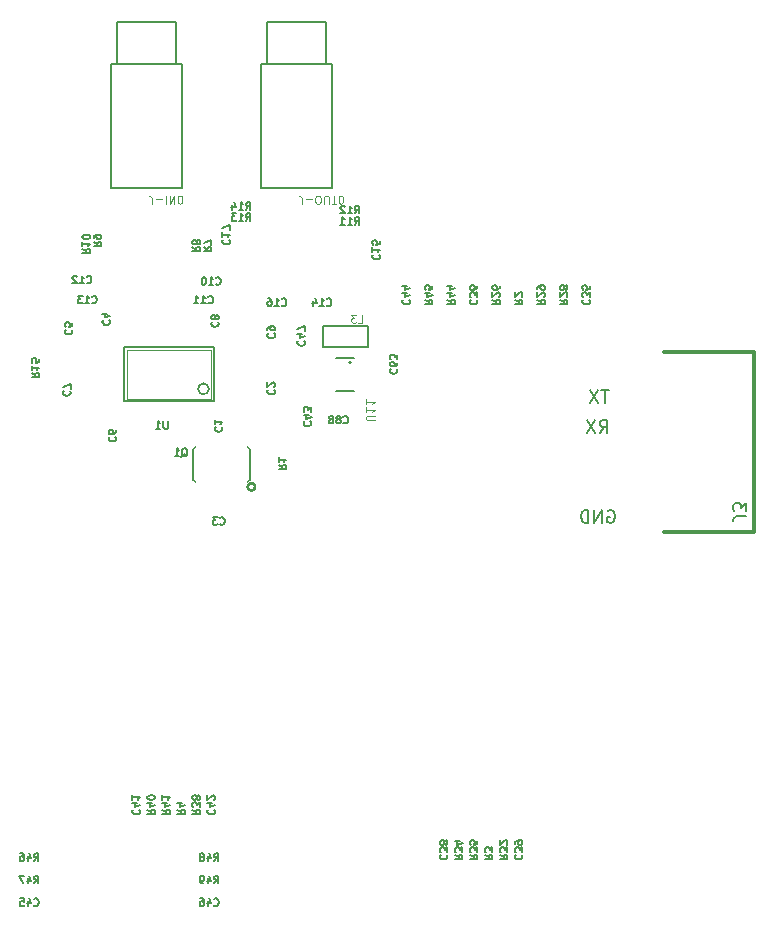
<source format=gbr>
%TF.GenerationSoftware,KiCad,Pcbnew,8.0.6*%
%TF.CreationDate,2024-12-19T22:40:04-08:00*%
%TF.ProjectId,norns-shield-210330,6e6f726e-732d-4736-9869-656c642d3231,rev?*%
%TF.SameCoordinates,Original*%
%TF.FileFunction,Legend,Bot*%
%TF.FilePolarity,Positive*%
%FSLAX46Y46*%
G04 Gerber Fmt 4.6, Leading zero omitted, Abs format (unit mm)*
G04 Created by KiCad (PCBNEW 8.0.6) date 2024-12-19 22:40:04*
%MOMM*%
%LPD*%
G01*
G04 APERTURE LIST*
%ADD10C,0.254000*%
%ADD11C,0.190500*%
%ADD12C,0.137160*%
%ADD13C,0.159385*%
%ADD14C,0.151892*%
%ADD15C,0.103632*%
%ADD16C,0.124968*%
%ADD17C,0.121920*%
%ADD18C,0.152400*%
%ADD19C,0.050800*%
%ADD20C,0.203200*%
%ADD21C,0.304800*%
%ADD22C,0.179600*%
%ADD23C,0.127000*%
G04 APERTURE END LIST*
D10*
X146913600Y-102463600D02*
G75*
G02*
X146278600Y-102463600I-317500J0D01*
G01*
X146278600Y-102463600D02*
G75*
G02*
X146913600Y-102463600I317500J0D01*
G01*
D11*
X176847962Y-94257083D02*
X176231105Y-94257083D01*
X176539533Y-95336583D02*
X176539533Y-94257083D01*
X175974081Y-94257083D02*
X175254415Y-95336583D01*
X175254415Y-94257083D02*
X175974081Y-95336583D01*
X176076891Y-97876583D02*
X176436724Y-97362536D01*
X176693748Y-97876583D02*
X176693748Y-96797083D01*
X176693748Y-96797083D02*
X176282510Y-96797083D01*
X176282510Y-96797083D02*
X176179700Y-96848488D01*
X176179700Y-96848488D02*
X176128295Y-96899893D01*
X176128295Y-96899893D02*
X176076891Y-97002702D01*
X176076891Y-97002702D02*
X176076891Y-97156917D01*
X176076891Y-97156917D02*
X176128295Y-97259726D01*
X176128295Y-97259726D02*
X176179700Y-97311131D01*
X176179700Y-97311131D02*
X176282510Y-97362536D01*
X176282510Y-97362536D02*
X176693748Y-97362536D01*
X175717057Y-96797083D02*
X174997391Y-97876583D01*
X174997391Y-96797083D02*
X175717057Y-97876583D01*
X176763295Y-104468488D02*
X176866105Y-104417083D01*
X176866105Y-104417083D02*
X177020319Y-104417083D01*
X177020319Y-104417083D02*
X177174533Y-104468488D01*
X177174533Y-104468488D02*
X177277343Y-104571298D01*
X177277343Y-104571298D02*
X177328748Y-104674107D01*
X177328748Y-104674107D02*
X177380152Y-104879726D01*
X177380152Y-104879726D02*
X177380152Y-105033940D01*
X177380152Y-105033940D02*
X177328748Y-105239559D01*
X177328748Y-105239559D02*
X177277343Y-105342369D01*
X177277343Y-105342369D02*
X177174533Y-105445179D01*
X177174533Y-105445179D02*
X177020319Y-105496583D01*
X177020319Y-105496583D02*
X176917510Y-105496583D01*
X176917510Y-105496583D02*
X176763295Y-105445179D01*
X176763295Y-105445179D02*
X176711891Y-105393774D01*
X176711891Y-105393774D02*
X176711891Y-105033940D01*
X176711891Y-105033940D02*
X176917510Y-105033940D01*
X176249248Y-105496583D02*
X176249248Y-104417083D01*
X176249248Y-104417083D02*
X175632391Y-105496583D01*
X175632391Y-105496583D02*
X175632391Y-104417083D01*
X175118343Y-105496583D02*
X175118343Y-104417083D01*
X175118343Y-104417083D02*
X174861319Y-104417083D01*
X174861319Y-104417083D02*
X174707105Y-104468488D01*
X174707105Y-104468488D02*
X174604295Y-104571298D01*
X174604295Y-104571298D02*
X174552890Y-104674107D01*
X174552890Y-104674107D02*
X174501486Y-104879726D01*
X174501486Y-104879726D02*
X174501486Y-105033940D01*
X174501486Y-105033940D02*
X174552890Y-105239559D01*
X174552890Y-105239559D02*
X174604295Y-105342369D01*
X174604295Y-105342369D02*
X174707105Y-105445179D01*
X174707105Y-105445179D02*
X174861319Y-105496583D01*
X174861319Y-105496583D02*
X175118343Y-105496583D01*
D12*
X139537797Y-96867542D02*
X139537797Y-97414489D01*
X139537797Y-97414489D02*
X139505624Y-97478835D01*
X139505624Y-97478835D02*
X139473450Y-97511009D01*
X139473450Y-97511009D02*
X139409104Y-97543182D01*
X139409104Y-97543182D02*
X139280410Y-97543182D01*
X139280410Y-97543182D02*
X139216064Y-97511009D01*
X139216064Y-97511009D02*
X139183890Y-97478835D01*
X139183890Y-97478835D02*
X139151717Y-97414489D01*
X139151717Y-97414489D02*
X139151717Y-96867542D01*
X138476077Y-97543182D02*
X138862157Y-97543182D01*
X138669117Y-97543182D02*
X138669117Y-96867542D01*
X138669117Y-96867542D02*
X138733464Y-96964062D01*
X138733464Y-96964062D02*
X138797811Y-97028409D01*
X138797811Y-97028409D02*
X138862157Y-97060582D01*
D13*
X143568129Y-97397638D02*
X143537770Y-97427997D01*
X143537770Y-97427997D02*
X143507410Y-97519074D01*
X143507410Y-97519074D02*
X143507410Y-97579792D01*
X143507410Y-97579792D02*
X143537770Y-97670869D01*
X143537770Y-97670869D02*
X143598488Y-97731587D01*
X143598488Y-97731587D02*
X143659206Y-97761946D01*
X143659206Y-97761946D02*
X143780642Y-97792305D01*
X143780642Y-97792305D02*
X143871719Y-97792305D01*
X143871719Y-97792305D02*
X143993155Y-97761946D01*
X143993155Y-97761946D02*
X144053873Y-97731587D01*
X144053873Y-97731587D02*
X144114591Y-97670869D01*
X144114591Y-97670869D02*
X144144950Y-97579792D01*
X144144950Y-97579792D02*
X144144950Y-97519074D01*
X144144950Y-97519074D02*
X144114591Y-97427997D01*
X144114591Y-97427997D02*
X144084232Y-97397638D01*
X143507410Y-96790457D02*
X143507410Y-97154765D01*
X143507410Y-96972611D02*
X144144950Y-96972611D01*
X144144950Y-96972611D02*
X144053873Y-97033329D01*
X144053873Y-97033329D02*
X143993155Y-97094047D01*
X143993155Y-97094047D02*
X143962796Y-97154765D01*
X148013129Y-94222638D02*
X147982770Y-94252997D01*
X147982770Y-94252997D02*
X147952410Y-94344074D01*
X147952410Y-94344074D02*
X147952410Y-94404792D01*
X147952410Y-94404792D02*
X147982770Y-94495869D01*
X147982770Y-94495869D02*
X148043488Y-94556587D01*
X148043488Y-94556587D02*
X148104206Y-94586946D01*
X148104206Y-94586946D02*
X148225642Y-94617305D01*
X148225642Y-94617305D02*
X148316719Y-94617305D01*
X148316719Y-94617305D02*
X148438155Y-94586946D01*
X148438155Y-94586946D02*
X148498873Y-94556587D01*
X148498873Y-94556587D02*
X148559591Y-94495869D01*
X148559591Y-94495869D02*
X148589950Y-94404792D01*
X148589950Y-94404792D02*
X148589950Y-94344074D01*
X148589950Y-94344074D02*
X148559591Y-94252997D01*
X148559591Y-94252997D02*
X148529232Y-94222638D01*
X148529232Y-93979765D02*
X148559591Y-93949406D01*
X148559591Y-93949406D02*
X148589950Y-93888688D01*
X148589950Y-93888688D02*
X148589950Y-93736893D01*
X148589950Y-93736893D02*
X148559591Y-93676175D01*
X148559591Y-93676175D02*
X148529232Y-93645816D01*
X148529232Y-93645816D02*
X148468514Y-93615457D01*
X148468514Y-93615457D02*
X148407796Y-93615457D01*
X148407796Y-93615457D02*
X148316719Y-93645816D01*
X148316719Y-93645816D02*
X147952410Y-94010124D01*
X147952410Y-94010124D02*
X147952410Y-93615457D01*
X140675670Y-99898007D02*
X140736388Y-99867648D01*
X140736388Y-99867648D02*
X140797106Y-99806930D01*
X140797106Y-99806930D02*
X140888183Y-99715852D01*
X140888183Y-99715852D02*
X140948901Y-99685493D01*
X140948901Y-99685493D02*
X141009619Y-99685493D01*
X140979260Y-99837289D02*
X141039978Y-99806930D01*
X141039978Y-99806930D02*
X141100696Y-99746211D01*
X141100696Y-99746211D02*
X141131055Y-99624775D01*
X141131055Y-99624775D02*
X141131055Y-99412262D01*
X141131055Y-99412262D02*
X141100696Y-99290826D01*
X141100696Y-99290826D02*
X141039978Y-99230108D01*
X141039978Y-99230108D02*
X140979260Y-99199749D01*
X140979260Y-99199749D02*
X140857824Y-99199749D01*
X140857824Y-99199749D02*
X140797106Y-99230108D01*
X140797106Y-99230108D02*
X140736388Y-99290826D01*
X140736388Y-99290826D02*
X140706029Y-99412262D01*
X140706029Y-99412262D02*
X140706029Y-99624775D01*
X140706029Y-99624775D02*
X140736388Y-99746211D01*
X140736388Y-99746211D02*
X140797106Y-99806930D01*
X140797106Y-99806930D02*
X140857824Y-99837289D01*
X140857824Y-99837289D02*
X140979260Y-99837289D01*
X140098848Y-99837289D02*
X140463156Y-99837289D01*
X140281002Y-99837289D02*
X140281002Y-99199749D01*
X140281002Y-99199749D02*
X140341720Y-99290826D01*
X140341720Y-99290826D02*
X140402438Y-99351544D01*
X140402438Y-99351544D02*
X140463156Y-99381903D01*
X148904910Y-100572638D02*
X149208501Y-100785151D01*
X148904910Y-100936946D02*
X149542450Y-100936946D01*
X149542450Y-100936946D02*
X149542450Y-100694074D01*
X149542450Y-100694074D02*
X149512091Y-100633356D01*
X149512091Y-100633356D02*
X149481732Y-100602997D01*
X149481732Y-100602997D02*
X149421014Y-100572638D01*
X149421014Y-100572638D02*
X149329937Y-100572638D01*
X149329937Y-100572638D02*
X149269219Y-100602997D01*
X149269219Y-100602997D02*
X149238860Y-100633356D01*
X149238860Y-100633356D02*
X149208501Y-100694074D01*
X149208501Y-100694074D02*
X149208501Y-100936946D01*
X148904910Y-99965457D02*
X148904910Y-100329765D01*
X148904910Y-100147611D02*
X149542450Y-100147611D01*
X149542450Y-100147611D02*
X149451373Y-100208329D01*
X149451373Y-100208329D02*
X149390655Y-100269047D01*
X149390655Y-100269047D02*
X149360296Y-100329765D01*
X143937075Y-105602491D02*
X143967434Y-105632851D01*
X143967434Y-105632851D02*
X144058511Y-105663210D01*
X144058511Y-105663210D02*
X144119229Y-105663210D01*
X144119229Y-105663210D02*
X144210306Y-105632851D01*
X144210306Y-105632851D02*
X144271024Y-105572132D01*
X144271024Y-105572132D02*
X144301383Y-105511414D01*
X144301383Y-105511414D02*
X144331742Y-105389978D01*
X144331742Y-105389978D02*
X144331742Y-105298901D01*
X144331742Y-105298901D02*
X144301383Y-105177465D01*
X144301383Y-105177465D02*
X144271024Y-105116747D01*
X144271024Y-105116747D02*
X144210306Y-105056029D01*
X144210306Y-105056029D02*
X144119229Y-105025670D01*
X144119229Y-105025670D02*
X144058511Y-105025670D01*
X144058511Y-105025670D02*
X143967434Y-105056029D01*
X143967434Y-105056029D02*
X143937075Y-105086388D01*
X143724561Y-105025670D02*
X143329894Y-105025670D01*
X143329894Y-105025670D02*
X143542407Y-105268542D01*
X143542407Y-105268542D02*
X143451330Y-105268542D01*
X143451330Y-105268542D02*
X143390612Y-105298901D01*
X143390612Y-105298901D02*
X143360253Y-105329260D01*
X143360253Y-105329260D02*
X143329894Y-105389978D01*
X143329894Y-105389978D02*
X143329894Y-105541773D01*
X143329894Y-105541773D02*
X143360253Y-105602491D01*
X143360253Y-105602491D02*
X143390612Y-105632851D01*
X143390612Y-105632851D02*
X143451330Y-105663210D01*
X143451330Y-105663210D02*
X143633484Y-105663210D01*
X143633484Y-105663210D02*
X143694202Y-105632851D01*
X143694202Y-105632851D02*
X143724561Y-105602491D01*
X134043129Y-88348888D02*
X134012770Y-88379247D01*
X134012770Y-88379247D02*
X133982410Y-88470324D01*
X133982410Y-88470324D02*
X133982410Y-88531042D01*
X133982410Y-88531042D02*
X134012770Y-88622119D01*
X134012770Y-88622119D02*
X134073488Y-88682837D01*
X134073488Y-88682837D02*
X134134206Y-88713196D01*
X134134206Y-88713196D02*
X134255642Y-88743555D01*
X134255642Y-88743555D02*
X134346719Y-88743555D01*
X134346719Y-88743555D02*
X134468155Y-88713196D01*
X134468155Y-88713196D02*
X134528873Y-88682837D01*
X134528873Y-88682837D02*
X134589591Y-88622119D01*
X134589591Y-88622119D02*
X134619950Y-88531042D01*
X134619950Y-88531042D02*
X134619950Y-88470324D01*
X134619950Y-88470324D02*
X134589591Y-88379247D01*
X134589591Y-88379247D02*
X134559232Y-88348888D01*
X134407437Y-87802425D02*
X133982410Y-87802425D01*
X134650310Y-87954220D02*
X134194924Y-88106015D01*
X134194924Y-88106015D02*
X134194924Y-87711348D01*
X130868129Y-89142638D02*
X130837770Y-89172997D01*
X130837770Y-89172997D02*
X130807410Y-89264074D01*
X130807410Y-89264074D02*
X130807410Y-89324792D01*
X130807410Y-89324792D02*
X130837770Y-89415869D01*
X130837770Y-89415869D02*
X130898488Y-89476587D01*
X130898488Y-89476587D02*
X130959206Y-89506946D01*
X130959206Y-89506946D02*
X131080642Y-89537305D01*
X131080642Y-89537305D02*
X131171719Y-89537305D01*
X131171719Y-89537305D02*
X131293155Y-89506946D01*
X131293155Y-89506946D02*
X131353873Y-89476587D01*
X131353873Y-89476587D02*
X131414591Y-89415869D01*
X131414591Y-89415869D02*
X131444950Y-89324792D01*
X131444950Y-89324792D02*
X131444950Y-89264074D01*
X131444950Y-89264074D02*
X131414591Y-89172997D01*
X131414591Y-89172997D02*
X131384232Y-89142638D01*
X131444950Y-88565816D02*
X131444950Y-88869406D01*
X131444950Y-88869406D02*
X131141360Y-88899765D01*
X131141360Y-88899765D02*
X131171719Y-88869406D01*
X131171719Y-88869406D02*
X131202078Y-88808688D01*
X131202078Y-88808688D02*
X131202078Y-88656893D01*
X131202078Y-88656893D02*
X131171719Y-88596175D01*
X131171719Y-88596175D02*
X131141360Y-88565816D01*
X131141360Y-88565816D02*
X131080642Y-88535457D01*
X131080642Y-88535457D02*
X130928847Y-88535457D01*
X130928847Y-88535457D02*
X130868129Y-88565816D01*
X130868129Y-88565816D02*
X130837770Y-88596175D01*
X130837770Y-88596175D02*
X130807410Y-88656893D01*
X130807410Y-88656893D02*
X130807410Y-88808688D01*
X130807410Y-88808688D02*
X130837770Y-88869406D01*
X130837770Y-88869406D02*
X130868129Y-88899765D01*
X134567208Y-98217075D02*
X134536849Y-98247434D01*
X134536849Y-98247434D02*
X134506489Y-98338511D01*
X134506489Y-98338511D02*
X134506489Y-98399229D01*
X134506489Y-98399229D02*
X134536849Y-98490306D01*
X134536849Y-98490306D02*
X134597567Y-98551024D01*
X134597567Y-98551024D02*
X134658285Y-98581383D01*
X134658285Y-98581383D02*
X134779721Y-98611742D01*
X134779721Y-98611742D02*
X134870798Y-98611742D01*
X134870798Y-98611742D02*
X134992234Y-98581383D01*
X134992234Y-98581383D02*
X135052952Y-98551024D01*
X135052952Y-98551024D02*
X135113670Y-98490306D01*
X135113670Y-98490306D02*
X135144029Y-98399229D01*
X135144029Y-98399229D02*
X135144029Y-98338511D01*
X135144029Y-98338511D02*
X135113670Y-98247434D01*
X135113670Y-98247434D02*
X135083311Y-98217075D01*
X135144029Y-97670612D02*
X135144029Y-97792048D01*
X135144029Y-97792048D02*
X135113670Y-97852766D01*
X135113670Y-97852766D02*
X135083311Y-97883125D01*
X135083311Y-97883125D02*
X134992234Y-97943843D01*
X134992234Y-97943843D02*
X134870798Y-97974202D01*
X134870798Y-97974202D02*
X134627926Y-97974202D01*
X134627926Y-97974202D02*
X134567208Y-97943843D01*
X134567208Y-97943843D02*
X134536849Y-97913484D01*
X134536849Y-97913484D02*
X134506489Y-97852766D01*
X134506489Y-97852766D02*
X134506489Y-97731330D01*
X134506489Y-97731330D02*
X134536849Y-97670612D01*
X134536849Y-97670612D02*
X134567208Y-97640253D01*
X134567208Y-97640253D02*
X134627926Y-97609894D01*
X134627926Y-97609894D02*
X134779721Y-97609894D01*
X134779721Y-97609894D02*
X134840439Y-97640253D01*
X134840439Y-97640253D02*
X134870798Y-97670612D01*
X134870798Y-97670612D02*
X134901157Y-97731330D01*
X134901157Y-97731330D02*
X134901157Y-97852766D01*
X134901157Y-97852766D02*
X134870798Y-97913484D01*
X134870798Y-97913484D02*
X134840439Y-97943843D01*
X134840439Y-97943843D02*
X134779721Y-97974202D01*
X130705958Y-94347075D02*
X130675599Y-94377434D01*
X130675599Y-94377434D02*
X130645239Y-94468511D01*
X130645239Y-94468511D02*
X130645239Y-94529229D01*
X130645239Y-94529229D02*
X130675599Y-94620306D01*
X130675599Y-94620306D02*
X130736317Y-94681024D01*
X130736317Y-94681024D02*
X130797035Y-94711383D01*
X130797035Y-94711383D02*
X130918471Y-94741742D01*
X130918471Y-94741742D02*
X131009548Y-94741742D01*
X131009548Y-94741742D02*
X131130984Y-94711383D01*
X131130984Y-94711383D02*
X131191702Y-94681024D01*
X131191702Y-94681024D02*
X131252420Y-94620306D01*
X131252420Y-94620306D02*
X131282779Y-94529229D01*
X131282779Y-94529229D02*
X131282779Y-94468511D01*
X131282779Y-94468511D02*
X131252420Y-94377434D01*
X131252420Y-94377434D02*
X131222061Y-94347075D01*
X131282779Y-94134561D02*
X131282779Y-93709535D01*
X131282779Y-93709535D02*
X130645239Y-93982766D01*
X143250629Y-88507638D02*
X143220270Y-88537997D01*
X143220270Y-88537997D02*
X143189910Y-88629074D01*
X143189910Y-88629074D02*
X143189910Y-88689792D01*
X143189910Y-88689792D02*
X143220270Y-88780869D01*
X143220270Y-88780869D02*
X143280988Y-88841587D01*
X143280988Y-88841587D02*
X143341706Y-88871946D01*
X143341706Y-88871946D02*
X143463142Y-88902305D01*
X143463142Y-88902305D02*
X143554219Y-88902305D01*
X143554219Y-88902305D02*
X143675655Y-88871946D01*
X143675655Y-88871946D02*
X143736373Y-88841587D01*
X143736373Y-88841587D02*
X143797091Y-88780869D01*
X143797091Y-88780869D02*
X143827450Y-88689792D01*
X143827450Y-88689792D02*
X143827450Y-88629074D01*
X143827450Y-88629074D02*
X143797091Y-88537997D01*
X143797091Y-88537997D02*
X143766732Y-88507638D01*
X143554219Y-88143329D02*
X143584578Y-88204047D01*
X143584578Y-88204047D02*
X143614937Y-88234406D01*
X143614937Y-88234406D02*
X143675655Y-88264765D01*
X143675655Y-88264765D02*
X143706014Y-88264765D01*
X143706014Y-88264765D02*
X143766732Y-88234406D01*
X143766732Y-88234406D02*
X143797091Y-88204047D01*
X143797091Y-88204047D02*
X143827450Y-88143329D01*
X143827450Y-88143329D02*
X143827450Y-88021893D01*
X143827450Y-88021893D02*
X143797091Y-87961175D01*
X143797091Y-87961175D02*
X143766732Y-87930816D01*
X143766732Y-87930816D02*
X143706014Y-87900457D01*
X143706014Y-87900457D02*
X143675655Y-87900457D01*
X143675655Y-87900457D02*
X143614937Y-87930816D01*
X143614937Y-87930816D02*
X143584578Y-87961175D01*
X143584578Y-87961175D02*
X143554219Y-88021893D01*
X143554219Y-88021893D02*
X143554219Y-88143329D01*
X143554219Y-88143329D02*
X143523860Y-88204047D01*
X143523860Y-88204047D02*
X143493501Y-88234406D01*
X143493501Y-88234406D02*
X143432783Y-88264765D01*
X143432783Y-88264765D02*
X143311347Y-88264765D01*
X143311347Y-88264765D02*
X143250629Y-88234406D01*
X143250629Y-88234406D02*
X143220270Y-88204047D01*
X143220270Y-88204047D02*
X143189910Y-88143329D01*
X143189910Y-88143329D02*
X143189910Y-88021893D01*
X143189910Y-88021893D02*
X143220270Y-87961175D01*
X143220270Y-87961175D02*
X143250629Y-87930816D01*
X143250629Y-87930816D02*
X143311347Y-87900457D01*
X143311347Y-87900457D02*
X143432783Y-87900457D01*
X143432783Y-87900457D02*
X143493501Y-87930816D01*
X143493501Y-87930816D02*
X143523860Y-87961175D01*
X143523860Y-87961175D02*
X143554219Y-88021893D01*
X148013129Y-89460138D02*
X147982770Y-89490497D01*
X147982770Y-89490497D02*
X147952410Y-89581574D01*
X147952410Y-89581574D02*
X147952410Y-89642292D01*
X147952410Y-89642292D02*
X147982770Y-89733369D01*
X147982770Y-89733369D02*
X148043488Y-89794087D01*
X148043488Y-89794087D02*
X148104206Y-89824446D01*
X148104206Y-89824446D02*
X148225642Y-89854805D01*
X148225642Y-89854805D02*
X148316719Y-89854805D01*
X148316719Y-89854805D02*
X148438155Y-89824446D01*
X148438155Y-89824446D02*
X148498873Y-89794087D01*
X148498873Y-89794087D02*
X148559591Y-89733369D01*
X148559591Y-89733369D02*
X148589950Y-89642292D01*
X148589950Y-89642292D02*
X148589950Y-89581574D01*
X148589950Y-89581574D02*
X148559591Y-89490497D01*
X148559591Y-89490497D02*
X148529232Y-89460138D01*
X147952410Y-89156547D02*
X147952410Y-89035111D01*
X147952410Y-89035111D02*
X147982770Y-88974393D01*
X147982770Y-88974393D02*
X148013129Y-88944034D01*
X148013129Y-88944034D02*
X148104206Y-88883316D01*
X148104206Y-88883316D02*
X148225642Y-88852957D01*
X148225642Y-88852957D02*
X148468514Y-88852957D01*
X148468514Y-88852957D02*
X148529232Y-88883316D01*
X148529232Y-88883316D02*
X148559591Y-88913675D01*
X148559591Y-88913675D02*
X148589950Y-88974393D01*
X148589950Y-88974393D02*
X148589950Y-89095829D01*
X148589950Y-89095829D02*
X148559591Y-89156547D01*
X148559591Y-89156547D02*
X148529232Y-89186906D01*
X148529232Y-89186906D02*
X148468514Y-89217265D01*
X148468514Y-89217265D02*
X148316719Y-89217265D01*
X148316719Y-89217265D02*
X148256001Y-89186906D01*
X148256001Y-89186906D02*
X148225642Y-89156547D01*
X148225642Y-89156547D02*
X148195283Y-89095829D01*
X148195283Y-89095829D02*
X148195283Y-88974393D01*
X148195283Y-88974393D02*
X148225642Y-88913675D01*
X148225642Y-88913675D02*
X148256001Y-88883316D01*
X148256001Y-88883316D02*
X148316719Y-88852957D01*
X142554910Y-82157638D02*
X142858501Y-82370151D01*
X142554910Y-82521946D02*
X143192450Y-82521946D01*
X143192450Y-82521946D02*
X143192450Y-82279074D01*
X143192450Y-82279074D02*
X143162091Y-82218356D01*
X143162091Y-82218356D02*
X143131732Y-82187997D01*
X143131732Y-82187997D02*
X143071014Y-82157638D01*
X143071014Y-82157638D02*
X142979937Y-82157638D01*
X142979937Y-82157638D02*
X142919219Y-82187997D01*
X142919219Y-82187997D02*
X142888860Y-82218356D01*
X142888860Y-82218356D02*
X142858501Y-82279074D01*
X142858501Y-82279074D02*
X142858501Y-82521946D01*
X143192450Y-81945124D02*
X143192450Y-81520098D01*
X143192450Y-81520098D02*
X142554910Y-81793329D01*
X141602410Y-82157638D02*
X141906001Y-82370151D01*
X141602410Y-82521946D02*
X142239950Y-82521946D01*
X142239950Y-82521946D02*
X142239950Y-82279074D01*
X142239950Y-82279074D02*
X142209591Y-82218356D01*
X142209591Y-82218356D02*
X142179232Y-82187997D01*
X142179232Y-82187997D02*
X142118514Y-82157638D01*
X142118514Y-82157638D02*
X142027437Y-82157638D01*
X142027437Y-82157638D02*
X141966719Y-82187997D01*
X141966719Y-82187997D02*
X141936360Y-82218356D01*
X141936360Y-82218356D02*
X141906001Y-82279074D01*
X141906001Y-82279074D02*
X141906001Y-82521946D01*
X141966719Y-81793329D02*
X141997078Y-81854047D01*
X141997078Y-81854047D02*
X142027437Y-81884406D01*
X142027437Y-81884406D02*
X142088155Y-81914765D01*
X142088155Y-81914765D02*
X142118514Y-81914765D01*
X142118514Y-81914765D02*
X142179232Y-81884406D01*
X142179232Y-81884406D02*
X142209591Y-81854047D01*
X142209591Y-81854047D02*
X142239950Y-81793329D01*
X142239950Y-81793329D02*
X142239950Y-81671893D01*
X142239950Y-81671893D02*
X142209591Y-81611175D01*
X142209591Y-81611175D02*
X142179232Y-81580816D01*
X142179232Y-81580816D02*
X142118514Y-81550457D01*
X142118514Y-81550457D02*
X142088155Y-81550457D01*
X142088155Y-81550457D02*
X142027437Y-81580816D01*
X142027437Y-81580816D02*
X141997078Y-81611175D01*
X141997078Y-81611175D02*
X141966719Y-81671893D01*
X141966719Y-81671893D02*
X141966719Y-81793329D01*
X141966719Y-81793329D02*
X141936360Y-81854047D01*
X141936360Y-81854047D02*
X141906001Y-81884406D01*
X141906001Y-81884406D02*
X141845283Y-81914765D01*
X141845283Y-81914765D02*
X141723847Y-81914765D01*
X141723847Y-81914765D02*
X141663129Y-81884406D01*
X141663129Y-81884406D02*
X141632770Y-81854047D01*
X141632770Y-81854047D02*
X141602410Y-81793329D01*
X141602410Y-81793329D02*
X141602410Y-81671893D01*
X141602410Y-81671893D02*
X141632770Y-81611175D01*
X141632770Y-81611175D02*
X141663129Y-81580816D01*
X141663129Y-81580816D02*
X141723847Y-81550457D01*
X141723847Y-81550457D02*
X141845283Y-81550457D01*
X141845283Y-81550457D02*
X141906001Y-81580816D01*
X141906001Y-81580816D02*
X141936360Y-81611175D01*
X141936360Y-81611175D02*
X141966719Y-81671893D01*
X143591756Y-85282491D02*
X143622115Y-85312851D01*
X143622115Y-85312851D02*
X143713192Y-85343210D01*
X143713192Y-85343210D02*
X143773910Y-85343210D01*
X143773910Y-85343210D02*
X143864987Y-85312851D01*
X143864987Y-85312851D02*
X143925705Y-85252132D01*
X143925705Y-85252132D02*
X143956064Y-85191414D01*
X143956064Y-85191414D02*
X143986423Y-85069978D01*
X143986423Y-85069978D02*
X143986423Y-84978901D01*
X143986423Y-84978901D02*
X143956064Y-84857465D01*
X143956064Y-84857465D02*
X143925705Y-84796747D01*
X143925705Y-84796747D02*
X143864987Y-84736029D01*
X143864987Y-84736029D02*
X143773910Y-84705670D01*
X143773910Y-84705670D02*
X143713192Y-84705670D01*
X143713192Y-84705670D02*
X143622115Y-84736029D01*
X143622115Y-84736029D02*
X143591756Y-84766388D01*
X142984575Y-85343210D02*
X143348883Y-85343210D01*
X143166729Y-85343210D02*
X143166729Y-84705670D01*
X143166729Y-84705670D02*
X143227447Y-84796747D01*
X143227447Y-84796747D02*
X143288165Y-84857465D01*
X143288165Y-84857465D02*
X143348883Y-84887824D01*
X142589907Y-84705670D02*
X142529189Y-84705670D01*
X142529189Y-84705670D02*
X142468471Y-84736029D01*
X142468471Y-84736029D02*
X142438112Y-84766388D01*
X142438112Y-84766388D02*
X142407753Y-84827106D01*
X142407753Y-84827106D02*
X142377394Y-84948542D01*
X142377394Y-84948542D02*
X142377394Y-85100337D01*
X142377394Y-85100337D02*
X142407753Y-85221773D01*
X142407753Y-85221773D02*
X142438112Y-85282491D01*
X142438112Y-85282491D02*
X142468471Y-85312851D01*
X142468471Y-85312851D02*
X142529189Y-85343210D01*
X142529189Y-85343210D02*
X142589907Y-85343210D01*
X142589907Y-85343210D02*
X142650625Y-85312851D01*
X142650625Y-85312851D02*
X142680984Y-85282491D01*
X142680984Y-85282491D02*
X142711343Y-85221773D01*
X142711343Y-85221773D02*
X142741702Y-85100337D01*
X142741702Y-85100337D02*
X142741702Y-84948542D01*
X142741702Y-84948542D02*
X142711343Y-84827106D01*
X142711343Y-84827106D02*
X142680984Y-84766388D01*
X142680984Y-84766388D02*
X142650625Y-84736029D01*
X142650625Y-84736029D02*
X142589907Y-84705670D01*
X142956756Y-86869991D02*
X142987115Y-86900351D01*
X142987115Y-86900351D02*
X143078192Y-86930710D01*
X143078192Y-86930710D02*
X143138910Y-86930710D01*
X143138910Y-86930710D02*
X143229987Y-86900351D01*
X143229987Y-86900351D02*
X143290705Y-86839632D01*
X143290705Y-86839632D02*
X143321064Y-86778914D01*
X143321064Y-86778914D02*
X143351423Y-86657478D01*
X143351423Y-86657478D02*
X143351423Y-86566401D01*
X143351423Y-86566401D02*
X143321064Y-86444965D01*
X143321064Y-86444965D02*
X143290705Y-86384247D01*
X143290705Y-86384247D02*
X143229987Y-86323529D01*
X143229987Y-86323529D02*
X143138910Y-86293170D01*
X143138910Y-86293170D02*
X143078192Y-86293170D01*
X143078192Y-86293170D02*
X142987115Y-86323529D01*
X142987115Y-86323529D02*
X142956756Y-86353888D01*
X142349575Y-86930710D02*
X142713883Y-86930710D01*
X142531729Y-86930710D02*
X142531729Y-86293170D01*
X142531729Y-86293170D02*
X142592447Y-86384247D01*
X142592447Y-86384247D02*
X142653165Y-86444965D01*
X142653165Y-86444965D02*
X142713883Y-86475324D01*
X141742394Y-86930710D02*
X142106702Y-86930710D01*
X141924548Y-86930710D02*
X141924548Y-86293170D01*
X141924548Y-86293170D02*
X141985266Y-86384247D01*
X141985266Y-86384247D02*
X142045984Y-86444965D01*
X142045984Y-86444965D02*
X142106702Y-86475324D01*
X133236489Y-81707075D02*
X133540080Y-81919588D01*
X133236489Y-82071383D02*
X133874029Y-82071383D01*
X133874029Y-82071383D02*
X133874029Y-81828511D01*
X133874029Y-81828511D02*
X133843670Y-81767793D01*
X133843670Y-81767793D02*
X133813311Y-81737434D01*
X133813311Y-81737434D02*
X133752593Y-81707075D01*
X133752593Y-81707075D02*
X133661516Y-81707075D01*
X133661516Y-81707075D02*
X133600798Y-81737434D01*
X133600798Y-81737434D02*
X133570439Y-81767793D01*
X133570439Y-81767793D02*
X133540080Y-81828511D01*
X133540080Y-81828511D02*
X133540080Y-82071383D01*
X133236489Y-81403484D02*
X133236489Y-81282048D01*
X133236489Y-81282048D02*
X133266849Y-81221330D01*
X133266849Y-81221330D02*
X133297208Y-81190971D01*
X133297208Y-81190971D02*
X133388285Y-81130253D01*
X133388285Y-81130253D02*
X133509721Y-81099894D01*
X133509721Y-81099894D02*
X133752593Y-81099894D01*
X133752593Y-81099894D02*
X133813311Y-81130253D01*
X133813311Y-81130253D02*
X133843670Y-81160612D01*
X133843670Y-81160612D02*
X133874029Y-81221330D01*
X133874029Y-81221330D02*
X133874029Y-81342766D01*
X133874029Y-81342766D02*
X133843670Y-81403484D01*
X133843670Y-81403484D02*
X133813311Y-81433843D01*
X133813311Y-81433843D02*
X133752593Y-81464202D01*
X133752593Y-81464202D02*
X133600798Y-81464202D01*
X133600798Y-81464202D02*
X133540080Y-81433843D01*
X133540080Y-81433843D02*
X133509721Y-81403484D01*
X133509721Y-81403484D02*
X133479362Y-81342766D01*
X133479362Y-81342766D02*
X133479362Y-81221330D01*
X133479362Y-81221330D02*
X133509721Y-81160612D01*
X133509721Y-81160612D02*
X133540080Y-81130253D01*
X133540080Y-81130253D02*
X133600798Y-81099894D01*
X132283989Y-82314256D02*
X132587580Y-82526769D01*
X132283989Y-82678564D02*
X132921529Y-82678564D01*
X132921529Y-82678564D02*
X132921529Y-82435692D01*
X132921529Y-82435692D02*
X132891170Y-82374974D01*
X132891170Y-82374974D02*
X132860811Y-82344615D01*
X132860811Y-82344615D02*
X132800093Y-82314256D01*
X132800093Y-82314256D02*
X132709016Y-82314256D01*
X132709016Y-82314256D02*
X132648298Y-82344615D01*
X132648298Y-82344615D02*
X132617939Y-82374974D01*
X132617939Y-82374974D02*
X132587580Y-82435692D01*
X132587580Y-82435692D02*
X132587580Y-82678564D01*
X132283989Y-81707075D02*
X132283989Y-82071383D01*
X132283989Y-81889229D02*
X132921529Y-81889229D01*
X132921529Y-81889229D02*
X132830452Y-81949947D01*
X132830452Y-81949947D02*
X132769734Y-82010665D01*
X132769734Y-82010665D02*
X132739375Y-82071383D01*
X132921529Y-81312407D02*
X132921529Y-81251689D01*
X132921529Y-81251689D02*
X132891170Y-81190971D01*
X132891170Y-81190971D02*
X132860811Y-81160612D01*
X132860811Y-81160612D02*
X132800093Y-81130253D01*
X132800093Y-81130253D02*
X132678657Y-81099894D01*
X132678657Y-81099894D02*
X132526862Y-81099894D01*
X132526862Y-81099894D02*
X132405426Y-81130253D01*
X132405426Y-81130253D02*
X132344708Y-81160612D01*
X132344708Y-81160612D02*
X132314349Y-81190971D01*
X132314349Y-81190971D02*
X132283989Y-81251689D01*
X132283989Y-81251689D02*
X132283989Y-81312407D01*
X132283989Y-81312407D02*
X132314349Y-81373125D01*
X132314349Y-81373125D02*
X132344708Y-81403484D01*
X132344708Y-81403484D02*
X132405426Y-81433843D01*
X132405426Y-81433843D02*
X132526862Y-81464202D01*
X132526862Y-81464202D02*
X132678657Y-81464202D01*
X132678657Y-81464202D02*
X132800093Y-81433843D01*
X132800093Y-81433843D02*
X132860811Y-81403484D01*
X132860811Y-81403484D02*
X132891170Y-81373125D01*
X132891170Y-81373125D02*
X132921529Y-81312407D01*
X132640138Y-85171570D02*
X132670497Y-85201930D01*
X132670497Y-85201930D02*
X132761574Y-85232289D01*
X132761574Y-85232289D02*
X132822292Y-85232289D01*
X132822292Y-85232289D02*
X132913369Y-85201930D01*
X132913369Y-85201930D02*
X132974087Y-85141211D01*
X132974087Y-85141211D02*
X133004446Y-85080493D01*
X133004446Y-85080493D02*
X133034805Y-84959057D01*
X133034805Y-84959057D02*
X133034805Y-84867980D01*
X133034805Y-84867980D02*
X133004446Y-84746544D01*
X133004446Y-84746544D02*
X132974087Y-84685826D01*
X132974087Y-84685826D02*
X132913369Y-84625108D01*
X132913369Y-84625108D02*
X132822292Y-84594749D01*
X132822292Y-84594749D02*
X132761574Y-84594749D01*
X132761574Y-84594749D02*
X132670497Y-84625108D01*
X132670497Y-84625108D02*
X132640138Y-84655467D01*
X132032957Y-85232289D02*
X132397265Y-85232289D01*
X132215111Y-85232289D02*
X132215111Y-84594749D01*
X132215111Y-84594749D02*
X132275829Y-84685826D01*
X132275829Y-84685826D02*
X132336547Y-84746544D01*
X132336547Y-84746544D02*
X132397265Y-84776903D01*
X131790084Y-84655467D02*
X131759725Y-84625108D01*
X131759725Y-84625108D02*
X131699007Y-84594749D01*
X131699007Y-84594749D02*
X131547212Y-84594749D01*
X131547212Y-84594749D02*
X131486494Y-84625108D01*
X131486494Y-84625108D02*
X131456135Y-84655467D01*
X131456135Y-84655467D02*
X131425776Y-84716185D01*
X131425776Y-84716185D02*
X131425776Y-84776903D01*
X131425776Y-84776903D02*
X131456135Y-84867980D01*
X131456135Y-84867980D02*
X131820443Y-85232289D01*
X131820443Y-85232289D02*
X131425776Y-85232289D01*
X133114256Y-86869991D02*
X133144615Y-86900351D01*
X133144615Y-86900351D02*
X133235692Y-86930710D01*
X133235692Y-86930710D02*
X133296410Y-86930710D01*
X133296410Y-86930710D02*
X133387487Y-86900351D01*
X133387487Y-86900351D02*
X133448205Y-86839632D01*
X133448205Y-86839632D02*
X133478564Y-86778914D01*
X133478564Y-86778914D02*
X133508923Y-86657478D01*
X133508923Y-86657478D02*
X133508923Y-86566401D01*
X133508923Y-86566401D02*
X133478564Y-86444965D01*
X133478564Y-86444965D02*
X133448205Y-86384247D01*
X133448205Y-86384247D02*
X133387487Y-86323529D01*
X133387487Y-86323529D02*
X133296410Y-86293170D01*
X133296410Y-86293170D02*
X133235692Y-86293170D01*
X133235692Y-86293170D02*
X133144615Y-86323529D01*
X133144615Y-86323529D02*
X133114256Y-86353888D01*
X132507075Y-86930710D02*
X132871383Y-86930710D01*
X132689229Y-86930710D02*
X132689229Y-86293170D01*
X132689229Y-86293170D02*
X132749947Y-86384247D01*
X132749947Y-86384247D02*
X132810665Y-86444965D01*
X132810665Y-86444965D02*
X132871383Y-86475324D01*
X132294561Y-86293170D02*
X131899894Y-86293170D01*
X131899894Y-86293170D02*
X132112407Y-86536042D01*
X132112407Y-86536042D02*
X132021330Y-86536042D01*
X132021330Y-86536042D02*
X131960612Y-86566401D01*
X131960612Y-86566401D02*
X131930253Y-86596760D01*
X131930253Y-86596760D02*
X131899894Y-86657478D01*
X131899894Y-86657478D02*
X131899894Y-86809273D01*
X131899894Y-86809273D02*
X131930253Y-86869991D01*
X131930253Y-86869991D02*
X131960612Y-86900351D01*
X131960612Y-86900351D02*
X132021330Y-86930710D01*
X132021330Y-86930710D02*
X132203484Y-86930710D01*
X132203484Y-86930710D02*
X132264202Y-86900351D01*
X132264202Y-86900351D02*
X132294561Y-86869991D01*
X152960138Y-87076570D02*
X152990497Y-87106930D01*
X152990497Y-87106930D02*
X153081574Y-87137289D01*
X153081574Y-87137289D02*
X153142292Y-87137289D01*
X153142292Y-87137289D02*
X153233369Y-87106930D01*
X153233369Y-87106930D02*
X153294087Y-87046211D01*
X153294087Y-87046211D02*
X153324446Y-86985493D01*
X153324446Y-86985493D02*
X153354805Y-86864057D01*
X153354805Y-86864057D02*
X153354805Y-86772980D01*
X153354805Y-86772980D02*
X153324446Y-86651544D01*
X153324446Y-86651544D02*
X153294087Y-86590826D01*
X153294087Y-86590826D02*
X153233369Y-86530108D01*
X153233369Y-86530108D02*
X153142292Y-86499749D01*
X153142292Y-86499749D02*
X153081574Y-86499749D01*
X153081574Y-86499749D02*
X152990497Y-86530108D01*
X152990497Y-86530108D02*
X152960138Y-86560467D01*
X152352957Y-87137289D02*
X152717265Y-87137289D01*
X152535111Y-87137289D02*
X152535111Y-86499749D01*
X152535111Y-86499749D02*
X152595829Y-86590826D01*
X152595829Y-86590826D02*
X152656547Y-86651544D01*
X152656547Y-86651544D02*
X152717265Y-86681903D01*
X151806494Y-86712262D02*
X151806494Y-87137289D01*
X151958289Y-86469390D02*
X152110084Y-86924775D01*
X152110084Y-86924775D02*
X151715417Y-86924775D01*
X155339256Y-80263210D02*
X155551769Y-79959619D01*
X155703564Y-80263210D02*
X155703564Y-79625670D01*
X155703564Y-79625670D02*
X155460692Y-79625670D01*
X155460692Y-79625670D02*
X155399974Y-79656029D01*
X155399974Y-79656029D02*
X155369615Y-79686388D01*
X155369615Y-79686388D02*
X155339256Y-79747106D01*
X155339256Y-79747106D02*
X155339256Y-79838183D01*
X155339256Y-79838183D02*
X155369615Y-79898901D01*
X155369615Y-79898901D02*
X155399974Y-79929260D01*
X155399974Y-79929260D02*
X155460692Y-79959619D01*
X155460692Y-79959619D02*
X155703564Y-79959619D01*
X154732075Y-80263210D02*
X155096383Y-80263210D01*
X154914229Y-80263210D02*
X154914229Y-79625670D01*
X154914229Y-79625670D02*
X154974947Y-79716747D01*
X154974947Y-79716747D02*
X155035665Y-79777465D01*
X155035665Y-79777465D02*
X155096383Y-79807824D01*
X154124894Y-80263210D02*
X154489202Y-80263210D01*
X154307048Y-80263210D02*
X154307048Y-79625670D01*
X154307048Y-79625670D02*
X154367766Y-79716747D01*
X154367766Y-79716747D02*
X154428484Y-79777465D01*
X154428484Y-79777465D02*
X154489202Y-79807824D01*
X155339256Y-79310710D02*
X155551769Y-79007119D01*
X155703564Y-79310710D02*
X155703564Y-78673170D01*
X155703564Y-78673170D02*
X155460692Y-78673170D01*
X155460692Y-78673170D02*
X155399974Y-78703529D01*
X155399974Y-78703529D02*
X155369615Y-78733888D01*
X155369615Y-78733888D02*
X155339256Y-78794606D01*
X155339256Y-78794606D02*
X155339256Y-78885683D01*
X155339256Y-78885683D02*
X155369615Y-78946401D01*
X155369615Y-78946401D02*
X155399974Y-78976760D01*
X155399974Y-78976760D02*
X155460692Y-79007119D01*
X155460692Y-79007119D02*
X155703564Y-79007119D01*
X154732075Y-79310710D02*
X155096383Y-79310710D01*
X154914229Y-79310710D02*
X154914229Y-78673170D01*
X154914229Y-78673170D02*
X154974947Y-78764247D01*
X154974947Y-78764247D02*
X155035665Y-78824965D01*
X155035665Y-78824965D02*
X155096383Y-78855324D01*
X154489202Y-78733888D02*
X154458843Y-78703529D01*
X154458843Y-78703529D02*
X154398125Y-78673170D01*
X154398125Y-78673170D02*
X154246330Y-78673170D01*
X154246330Y-78673170D02*
X154185612Y-78703529D01*
X154185612Y-78703529D02*
X154155253Y-78733888D01*
X154155253Y-78733888D02*
X154124894Y-78794606D01*
X154124894Y-78794606D02*
X154124894Y-78855324D01*
X154124894Y-78855324D02*
X154155253Y-78946401D01*
X154155253Y-78946401D02*
X154519561Y-79310710D01*
X154519561Y-79310710D02*
X154124894Y-79310710D01*
X156903129Y-82792638D02*
X156872770Y-82822997D01*
X156872770Y-82822997D02*
X156842410Y-82914074D01*
X156842410Y-82914074D02*
X156842410Y-82974792D01*
X156842410Y-82974792D02*
X156872770Y-83065869D01*
X156872770Y-83065869D02*
X156933488Y-83126587D01*
X156933488Y-83126587D02*
X156994206Y-83156946D01*
X156994206Y-83156946D02*
X157115642Y-83187305D01*
X157115642Y-83187305D02*
X157206719Y-83187305D01*
X157206719Y-83187305D02*
X157328155Y-83156946D01*
X157328155Y-83156946D02*
X157388873Y-83126587D01*
X157388873Y-83126587D02*
X157449591Y-83065869D01*
X157449591Y-83065869D02*
X157479950Y-82974792D01*
X157479950Y-82974792D02*
X157479950Y-82914074D01*
X157479950Y-82914074D02*
X157449591Y-82822997D01*
X157449591Y-82822997D02*
X157419232Y-82792638D01*
X156842410Y-82185457D02*
X156842410Y-82549765D01*
X156842410Y-82367611D02*
X157479950Y-82367611D01*
X157479950Y-82367611D02*
X157388873Y-82428329D01*
X157388873Y-82428329D02*
X157328155Y-82489047D01*
X157328155Y-82489047D02*
X157297796Y-82549765D01*
X157479950Y-81608635D02*
X157479950Y-81912225D01*
X157479950Y-81912225D02*
X157176360Y-81942584D01*
X157176360Y-81942584D02*
X157206719Y-81912225D01*
X157206719Y-81912225D02*
X157237078Y-81851507D01*
X157237078Y-81851507D02*
X157237078Y-81699712D01*
X157237078Y-81699712D02*
X157206719Y-81638994D01*
X157206719Y-81638994D02*
X157176360Y-81608635D01*
X157176360Y-81608635D02*
X157115642Y-81578276D01*
X157115642Y-81578276D02*
X156963847Y-81578276D01*
X156963847Y-81578276D02*
X156903129Y-81608635D01*
X156903129Y-81608635D02*
X156872770Y-81638994D01*
X156872770Y-81638994D02*
X156842410Y-81699712D01*
X156842410Y-81699712D02*
X156842410Y-81851507D01*
X156842410Y-81851507D02*
X156872770Y-81912225D01*
X156872770Y-81912225D02*
X156903129Y-81942584D01*
X149150138Y-87076570D02*
X149180497Y-87106930D01*
X149180497Y-87106930D02*
X149271574Y-87137289D01*
X149271574Y-87137289D02*
X149332292Y-87137289D01*
X149332292Y-87137289D02*
X149423369Y-87106930D01*
X149423369Y-87106930D02*
X149484087Y-87046211D01*
X149484087Y-87046211D02*
X149514446Y-86985493D01*
X149514446Y-86985493D02*
X149544805Y-86864057D01*
X149544805Y-86864057D02*
X149544805Y-86772980D01*
X149544805Y-86772980D02*
X149514446Y-86651544D01*
X149514446Y-86651544D02*
X149484087Y-86590826D01*
X149484087Y-86590826D02*
X149423369Y-86530108D01*
X149423369Y-86530108D02*
X149332292Y-86499749D01*
X149332292Y-86499749D02*
X149271574Y-86499749D01*
X149271574Y-86499749D02*
X149180497Y-86530108D01*
X149180497Y-86530108D02*
X149150138Y-86560467D01*
X148542957Y-87137289D02*
X148907265Y-87137289D01*
X148725111Y-87137289D02*
X148725111Y-86499749D01*
X148725111Y-86499749D02*
X148785829Y-86590826D01*
X148785829Y-86590826D02*
X148846547Y-86651544D01*
X148846547Y-86651544D02*
X148907265Y-86681903D01*
X147996494Y-86499749D02*
X148117930Y-86499749D01*
X148117930Y-86499749D02*
X148178648Y-86530108D01*
X148178648Y-86530108D02*
X148209007Y-86560467D01*
X148209007Y-86560467D02*
X148269725Y-86651544D01*
X148269725Y-86651544D02*
X148300084Y-86772980D01*
X148300084Y-86772980D02*
X148300084Y-87015852D01*
X148300084Y-87015852D02*
X148269725Y-87076570D01*
X148269725Y-87076570D02*
X148239366Y-87106930D01*
X148239366Y-87106930D02*
X148178648Y-87137289D01*
X148178648Y-87137289D02*
X148057212Y-87137289D01*
X148057212Y-87137289D02*
X147996494Y-87106930D01*
X147996494Y-87106930D02*
X147966135Y-87076570D01*
X147966135Y-87076570D02*
X147935776Y-87015852D01*
X147935776Y-87015852D02*
X147935776Y-86864057D01*
X147935776Y-86864057D02*
X147966135Y-86803339D01*
X147966135Y-86803339D02*
X147996494Y-86772980D01*
X147996494Y-86772980D02*
X148057212Y-86742621D01*
X148057212Y-86742621D02*
X148178648Y-86742621D01*
X148178648Y-86742621D02*
X148239366Y-86772980D01*
X148239366Y-86772980D02*
X148269725Y-86803339D01*
X148269725Y-86803339D02*
X148300084Y-86864057D01*
X146131756Y-79945710D02*
X146344269Y-79642119D01*
X146496064Y-79945710D02*
X146496064Y-79308170D01*
X146496064Y-79308170D02*
X146253192Y-79308170D01*
X146253192Y-79308170D02*
X146192474Y-79338529D01*
X146192474Y-79338529D02*
X146162115Y-79368888D01*
X146162115Y-79368888D02*
X146131756Y-79429606D01*
X146131756Y-79429606D02*
X146131756Y-79520683D01*
X146131756Y-79520683D02*
X146162115Y-79581401D01*
X146162115Y-79581401D02*
X146192474Y-79611760D01*
X146192474Y-79611760D02*
X146253192Y-79642119D01*
X146253192Y-79642119D02*
X146496064Y-79642119D01*
X145524575Y-79945710D02*
X145888883Y-79945710D01*
X145706729Y-79945710D02*
X145706729Y-79308170D01*
X145706729Y-79308170D02*
X145767447Y-79399247D01*
X145767447Y-79399247D02*
X145828165Y-79459965D01*
X145828165Y-79459965D02*
X145888883Y-79490324D01*
X145312061Y-79308170D02*
X144917394Y-79308170D01*
X144917394Y-79308170D02*
X145129907Y-79551042D01*
X145129907Y-79551042D02*
X145038830Y-79551042D01*
X145038830Y-79551042D02*
X144978112Y-79581401D01*
X144978112Y-79581401D02*
X144947753Y-79611760D01*
X144947753Y-79611760D02*
X144917394Y-79672478D01*
X144917394Y-79672478D02*
X144917394Y-79824273D01*
X144917394Y-79824273D02*
X144947753Y-79884991D01*
X144947753Y-79884991D02*
X144978112Y-79915351D01*
X144978112Y-79915351D02*
X145038830Y-79945710D01*
X145038830Y-79945710D02*
X145220984Y-79945710D01*
X145220984Y-79945710D02*
X145281702Y-79915351D01*
X145281702Y-79915351D02*
X145312061Y-79884991D01*
X146131756Y-78993210D02*
X146344269Y-78689619D01*
X146496064Y-78993210D02*
X146496064Y-78355670D01*
X146496064Y-78355670D02*
X146253192Y-78355670D01*
X146253192Y-78355670D02*
X146192474Y-78386029D01*
X146192474Y-78386029D02*
X146162115Y-78416388D01*
X146162115Y-78416388D02*
X146131756Y-78477106D01*
X146131756Y-78477106D02*
X146131756Y-78568183D01*
X146131756Y-78568183D02*
X146162115Y-78628901D01*
X146162115Y-78628901D02*
X146192474Y-78659260D01*
X146192474Y-78659260D02*
X146253192Y-78689619D01*
X146253192Y-78689619D02*
X146496064Y-78689619D01*
X145524575Y-78993210D02*
X145888883Y-78993210D01*
X145706729Y-78993210D02*
X145706729Y-78355670D01*
X145706729Y-78355670D02*
X145767447Y-78446747D01*
X145767447Y-78446747D02*
X145828165Y-78507465D01*
X145828165Y-78507465D02*
X145888883Y-78537824D01*
X144978112Y-78568183D02*
X144978112Y-78993210D01*
X145129907Y-78325311D02*
X145281702Y-78780696D01*
X145281702Y-78780696D02*
X144887035Y-78780696D01*
X144203129Y-81522638D02*
X144172770Y-81552997D01*
X144172770Y-81552997D02*
X144142410Y-81644074D01*
X144142410Y-81644074D02*
X144142410Y-81704792D01*
X144142410Y-81704792D02*
X144172770Y-81795869D01*
X144172770Y-81795869D02*
X144233488Y-81856587D01*
X144233488Y-81856587D02*
X144294206Y-81886946D01*
X144294206Y-81886946D02*
X144415642Y-81917305D01*
X144415642Y-81917305D02*
X144506719Y-81917305D01*
X144506719Y-81917305D02*
X144628155Y-81886946D01*
X144628155Y-81886946D02*
X144688873Y-81856587D01*
X144688873Y-81856587D02*
X144749591Y-81795869D01*
X144749591Y-81795869D02*
X144779950Y-81704792D01*
X144779950Y-81704792D02*
X144779950Y-81644074D01*
X144779950Y-81644074D02*
X144749591Y-81552997D01*
X144749591Y-81552997D02*
X144719232Y-81522638D01*
X144142410Y-80915457D02*
X144142410Y-81279765D01*
X144142410Y-81097611D02*
X144779950Y-81097611D01*
X144779950Y-81097611D02*
X144688873Y-81158329D01*
X144688873Y-81158329D02*
X144628155Y-81219047D01*
X144628155Y-81219047D02*
X144597796Y-81279765D01*
X144779950Y-80702943D02*
X144779950Y-80277917D01*
X144779950Y-80277917D02*
X144142410Y-80551148D01*
X127997739Y-92791756D02*
X128301330Y-93004269D01*
X127997739Y-93156064D02*
X128635279Y-93156064D01*
X128635279Y-93156064D02*
X128635279Y-92913192D01*
X128635279Y-92913192D02*
X128604920Y-92852474D01*
X128604920Y-92852474D02*
X128574561Y-92822115D01*
X128574561Y-92822115D02*
X128513843Y-92791756D01*
X128513843Y-92791756D02*
X128422766Y-92791756D01*
X128422766Y-92791756D02*
X128362048Y-92822115D01*
X128362048Y-92822115D02*
X128331689Y-92852474D01*
X128331689Y-92852474D02*
X128301330Y-92913192D01*
X128301330Y-92913192D02*
X128301330Y-93156064D01*
X127997739Y-92184575D02*
X127997739Y-92548883D01*
X127997739Y-92366729D02*
X128635279Y-92366729D01*
X128635279Y-92366729D02*
X128544202Y-92427447D01*
X128544202Y-92427447D02*
X128483484Y-92488165D01*
X128483484Y-92488165D02*
X128453125Y-92548883D01*
X128635279Y-91607753D02*
X128635279Y-91911343D01*
X128635279Y-91911343D02*
X128331689Y-91941702D01*
X128331689Y-91941702D02*
X128362048Y-91911343D01*
X128362048Y-91911343D02*
X128392407Y-91850625D01*
X128392407Y-91850625D02*
X128392407Y-91698830D01*
X128392407Y-91698830D02*
X128362048Y-91638112D01*
X128362048Y-91638112D02*
X128331689Y-91607753D01*
X128331689Y-91607753D02*
X128270971Y-91577394D01*
X128270971Y-91577394D02*
X128119176Y-91577394D01*
X128119176Y-91577394D02*
X128058458Y-91607753D01*
X128058458Y-91607753D02*
X128028099Y-91638112D01*
X128028099Y-91638112D02*
X127997739Y-91698830D01*
X127997739Y-91698830D02*
X127997739Y-91850625D01*
X127997739Y-91850625D02*
X128028099Y-91911343D01*
X128028099Y-91911343D02*
X128058458Y-91941702D01*
X174683129Y-86602638D02*
X174652770Y-86632997D01*
X174652770Y-86632997D02*
X174622410Y-86724074D01*
X174622410Y-86724074D02*
X174622410Y-86784792D01*
X174622410Y-86784792D02*
X174652770Y-86875869D01*
X174652770Y-86875869D02*
X174713488Y-86936587D01*
X174713488Y-86936587D02*
X174774206Y-86966946D01*
X174774206Y-86966946D02*
X174895642Y-86997305D01*
X174895642Y-86997305D02*
X174986719Y-86997305D01*
X174986719Y-86997305D02*
X175108155Y-86966946D01*
X175108155Y-86966946D02*
X175168873Y-86936587D01*
X175168873Y-86936587D02*
X175229591Y-86875869D01*
X175229591Y-86875869D02*
X175259950Y-86784792D01*
X175259950Y-86784792D02*
X175259950Y-86724074D01*
X175259950Y-86724074D02*
X175229591Y-86632997D01*
X175229591Y-86632997D02*
X175199232Y-86602638D01*
X175259950Y-86390124D02*
X175259950Y-85995457D01*
X175259950Y-85995457D02*
X175017078Y-86207970D01*
X175017078Y-86207970D02*
X175017078Y-86116893D01*
X175017078Y-86116893D02*
X174986719Y-86056175D01*
X174986719Y-86056175D02*
X174956360Y-86025816D01*
X174956360Y-86025816D02*
X174895642Y-85995457D01*
X174895642Y-85995457D02*
X174743847Y-85995457D01*
X174743847Y-85995457D02*
X174683129Y-86025816D01*
X174683129Y-86025816D02*
X174652770Y-86056175D01*
X174652770Y-86056175D02*
X174622410Y-86116893D01*
X174622410Y-86116893D02*
X174622410Y-86299047D01*
X174622410Y-86299047D02*
X174652770Y-86359765D01*
X174652770Y-86359765D02*
X174683129Y-86390124D01*
X175259950Y-85418635D02*
X175259950Y-85722225D01*
X175259950Y-85722225D02*
X174956360Y-85752584D01*
X174956360Y-85752584D02*
X174986719Y-85722225D01*
X174986719Y-85722225D02*
X175017078Y-85661507D01*
X175017078Y-85661507D02*
X175017078Y-85509712D01*
X175017078Y-85509712D02*
X174986719Y-85448994D01*
X174986719Y-85448994D02*
X174956360Y-85418635D01*
X174956360Y-85418635D02*
X174895642Y-85388276D01*
X174895642Y-85388276D02*
X174743847Y-85388276D01*
X174743847Y-85388276D02*
X174683129Y-85418635D01*
X174683129Y-85418635D02*
X174652770Y-85448994D01*
X174652770Y-85448994D02*
X174622410Y-85509712D01*
X174622410Y-85509712D02*
X174622410Y-85661507D01*
X174622410Y-85661507D02*
X174652770Y-85722225D01*
X174652770Y-85722225D02*
X174683129Y-85752584D01*
X167002410Y-86602638D02*
X167306001Y-86815151D01*
X167002410Y-86966946D02*
X167639950Y-86966946D01*
X167639950Y-86966946D02*
X167639950Y-86724074D01*
X167639950Y-86724074D02*
X167609591Y-86663356D01*
X167609591Y-86663356D02*
X167579232Y-86632997D01*
X167579232Y-86632997D02*
X167518514Y-86602638D01*
X167518514Y-86602638D02*
X167427437Y-86602638D01*
X167427437Y-86602638D02*
X167366719Y-86632997D01*
X167366719Y-86632997D02*
X167336360Y-86663356D01*
X167336360Y-86663356D02*
X167306001Y-86724074D01*
X167306001Y-86724074D02*
X167306001Y-86966946D01*
X167579232Y-86359765D02*
X167609591Y-86329406D01*
X167609591Y-86329406D02*
X167639950Y-86268688D01*
X167639950Y-86268688D02*
X167639950Y-86116893D01*
X167639950Y-86116893D02*
X167609591Y-86056175D01*
X167609591Y-86056175D02*
X167579232Y-86025816D01*
X167579232Y-86025816D02*
X167518514Y-85995457D01*
X167518514Y-85995457D02*
X167457796Y-85995457D01*
X167457796Y-85995457D02*
X167366719Y-86025816D01*
X167366719Y-86025816D02*
X167002410Y-86390124D01*
X167002410Y-86390124D02*
X167002410Y-85995457D01*
X167639950Y-85448994D02*
X167639950Y-85570430D01*
X167639950Y-85570430D02*
X167609591Y-85631148D01*
X167609591Y-85631148D02*
X167579232Y-85661507D01*
X167579232Y-85661507D02*
X167488155Y-85722225D01*
X167488155Y-85722225D02*
X167366719Y-85752584D01*
X167366719Y-85752584D02*
X167123847Y-85752584D01*
X167123847Y-85752584D02*
X167063129Y-85722225D01*
X167063129Y-85722225D02*
X167032770Y-85691866D01*
X167032770Y-85691866D02*
X167002410Y-85631148D01*
X167002410Y-85631148D02*
X167002410Y-85509712D01*
X167002410Y-85509712D02*
X167032770Y-85448994D01*
X167032770Y-85448994D02*
X167063129Y-85418635D01*
X167063129Y-85418635D02*
X167123847Y-85388276D01*
X167123847Y-85388276D02*
X167275642Y-85388276D01*
X167275642Y-85388276D02*
X167336360Y-85418635D01*
X167336360Y-85418635D02*
X167366719Y-85448994D01*
X167366719Y-85448994D02*
X167397078Y-85509712D01*
X167397078Y-85509712D02*
X167397078Y-85631148D01*
X167397078Y-85631148D02*
X167366719Y-85691866D01*
X167366719Y-85691866D02*
X167336360Y-85722225D01*
X167336360Y-85722225D02*
X167275642Y-85752584D01*
X172717410Y-86602638D02*
X173021001Y-86815151D01*
X172717410Y-86966946D02*
X173354950Y-86966946D01*
X173354950Y-86966946D02*
X173354950Y-86724074D01*
X173354950Y-86724074D02*
X173324591Y-86663356D01*
X173324591Y-86663356D02*
X173294232Y-86632997D01*
X173294232Y-86632997D02*
X173233514Y-86602638D01*
X173233514Y-86602638D02*
X173142437Y-86602638D01*
X173142437Y-86602638D02*
X173081719Y-86632997D01*
X173081719Y-86632997D02*
X173051360Y-86663356D01*
X173051360Y-86663356D02*
X173021001Y-86724074D01*
X173021001Y-86724074D02*
X173021001Y-86966946D01*
X173294232Y-86359765D02*
X173324591Y-86329406D01*
X173324591Y-86329406D02*
X173354950Y-86268688D01*
X173354950Y-86268688D02*
X173354950Y-86116893D01*
X173354950Y-86116893D02*
X173324591Y-86056175D01*
X173324591Y-86056175D02*
X173294232Y-86025816D01*
X173294232Y-86025816D02*
X173233514Y-85995457D01*
X173233514Y-85995457D02*
X173172796Y-85995457D01*
X173172796Y-85995457D02*
X173081719Y-86025816D01*
X173081719Y-86025816D02*
X172717410Y-86390124D01*
X172717410Y-86390124D02*
X172717410Y-85995457D01*
X173081719Y-85631148D02*
X173112078Y-85691866D01*
X173112078Y-85691866D02*
X173142437Y-85722225D01*
X173142437Y-85722225D02*
X173203155Y-85752584D01*
X173203155Y-85752584D02*
X173233514Y-85752584D01*
X173233514Y-85752584D02*
X173294232Y-85722225D01*
X173294232Y-85722225D02*
X173324591Y-85691866D01*
X173324591Y-85691866D02*
X173354950Y-85631148D01*
X173354950Y-85631148D02*
X173354950Y-85509712D01*
X173354950Y-85509712D02*
X173324591Y-85448994D01*
X173324591Y-85448994D02*
X173294232Y-85418635D01*
X173294232Y-85418635D02*
X173233514Y-85388276D01*
X173233514Y-85388276D02*
X173203155Y-85388276D01*
X173203155Y-85388276D02*
X173142437Y-85418635D01*
X173142437Y-85418635D02*
X173112078Y-85448994D01*
X173112078Y-85448994D02*
X173081719Y-85509712D01*
X173081719Y-85509712D02*
X173081719Y-85631148D01*
X173081719Y-85631148D02*
X173051360Y-85691866D01*
X173051360Y-85691866D02*
X173021001Y-85722225D01*
X173021001Y-85722225D02*
X172960283Y-85752584D01*
X172960283Y-85752584D02*
X172838847Y-85752584D01*
X172838847Y-85752584D02*
X172778129Y-85722225D01*
X172778129Y-85722225D02*
X172747770Y-85691866D01*
X172747770Y-85691866D02*
X172717410Y-85631148D01*
X172717410Y-85631148D02*
X172717410Y-85509712D01*
X172717410Y-85509712D02*
X172747770Y-85448994D01*
X172747770Y-85448994D02*
X172778129Y-85418635D01*
X172778129Y-85418635D02*
X172838847Y-85388276D01*
X172838847Y-85388276D02*
X172960283Y-85388276D01*
X172960283Y-85388276D02*
X173021001Y-85418635D01*
X173021001Y-85418635D02*
X173051360Y-85448994D01*
X173051360Y-85448994D02*
X173081719Y-85509712D01*
X170812410Y-86602638D02*
X171116001Y-86815151D01*
X170812410Y-86966946D02*
X171449950Y-86966946D01*
X171449950Y-86966946D02*
X171449950Y-86724074D01*
X171449950Y-86724074D02*
X171419591Y-86663356D01*
X171419591Y-86663356D02*
X171389232Y-86632997D01*
X171389232Y-86632997D02*
X171328514Y-86602638D01*
X171328514Y-86602638D02*
X171237437Y-86602638D01*
X171237437Y-86602638D02*
X171176719Y-86632997D01*
X171176719Y-86632997D02*
X171146360Y-86663356D01*
X171146360Y-86663356D02*
X171116001Y-86724074D01*
X171116001Y-86724074D02*
X171116001Y-86966946D01*
X171389232Y-86359765D02*
X171419591Y-86329406D01*
X171419591Y-86329406D02*
X171449950Y-86268688D01*
X171449950Y-86268688D02*
X171449950Y-86116893D01*
X171449950Y-86116893D02*
X171419591Y-86056175D01*
X171419591Y-86056175D02*
X171389232Y-86025816D01*
X171389232Y-86025816D02*
X171328514Y-85995457D01*
X171328514Y-85995457D02*
X171267796Y-85995457D01*
X171267796Y-85995457D02*
X171176719Y-86025816D01*
X171176719Y-86025816D02*
X170812410Y-86390124D01*
X170812410Y-86390124D02*
X170812410Y-85995457D01*
X170812410Y-85691866D02*
X170812410Y-85570430D01*
X170812410Y-85570430D02*
X170842770Y-85509712D01*
X170842770Y-85509712D02*
X170873129Y-85479353D01*
X170873129Y-85479353D02*
X170964206Y-85418635D01*
X170964206Y-85418635D02*
X171085642Y-85388276D01*
X171085642Y-85388276D02*
X171328514Y-85388276D01*
X171328514Y-85388276D02*
X171389232Y-85418635D01*
X171389232Y-85418635D02*
X171419591Y-85448994D01*
X171419591Y-85448994D02*
X171449950Y-85509712D01*
X171449950Y-85509712D02*
X171449950Y-85631148D01*
X171449950Y-85631148D02*
X171419591Y-85691866D01*
X171419591Y-85691866D02*
X171389232Y-85722225D01*
X171389232Y-85722225D02*
X171328514Y-85752584D01*
X171328514Y-85752584D02*
X171176719Y-85752584D01*
X171176719Y-85752584D02*
X171116001Y-85722225D01*
X171116001Y-85722225D02*
X171085642Y-85691866D01*
X171085642Y-85691866D02*
X171055283Y-85631148D01*
X171055283Y-85631148D02*
X171055283Y-85509712D01*
X171055283Y-85509712D02*
X171085642Y-85448994D01*
X171085642Y-85448994D02*
X171116001Y-85418635D01*
X171116001Y-85418635D02*
X171176719Y-85388276D01*
X165158129Y-86602638D02*
X165127770Y-86632997D01*
X165127770Y-86632997D02*
X165097410Y-86724074D01*
X165097410Y-86724074D02*
X165097410Y-86784792D01*
X165097410Y-86784792D02*
X165127770Y-86875869D01*
X165127770Y-86875869D02*
X165188488Y-86936587D01*
X165188488Y-86936587D02*
X165249206Y-86966946D01*
X165249206Y-86966946D02*
X165370642Y-86997305D01*
X165370642Y-86997305D02*
X165461719Y-86997305D01*
X165461719Y-86997305D02*
X165583155Y-86966946D01*
X165583155Y-86966946D02*
X165643873Y-86936587D01*
X165643873Y-86936587D02*
X165704591Y-86875869D01*
X165704591Y-86875869D02*
X165734950Y-86784792D01*
X165734950Y-86784792D02*
X165734950Y-86724074D01*
X165734950Y-86724074D02*
X165704591Y-86632997D01*
X165704591Y-86632997D02*
X165674232Y-86602638D01*
X165734950Y-86390124D02*
X165734950Y-85995457D01*
X165734950Y-85995457D02*
X165492078Y-86207970D01*
X165492078Y-86207970D02*
X165492078Y-86116893D01*
X165492078Y-86116893D02*
X165461719Y-86056175D01*
X165461719Y-86056175D02*
X165431360Y-86025816D01*
X165431360Y-86025816D02*
X165370642Y-85995457D01*
X165370642Y-85995457D02*
X165218847Y-85995457D01*
X165218847Y-85995457D02*
X165158129Y-86025816D01*
X165158129Y-86025816D02*
X165127770Y-86056175D01*
X165127770Y-86056175D02*
X165097410Y-86116893D01*
X165097410Y-86116893D02*
X165097410Y-86299047D01*
X165097410Y-86299047D02*
X165127770Y-86359765D01*
X165127770Y-86359765D02*
X165158129Y-86390124D01*
X165734950Y-85448994D02*
X165734950Y-85570430D01*
X165734950Y-85570430D02*
X165704591Y-85631148D01*
X165704591Y-85631148D02*
X165674232Y-85661507D01*
X165674232Y-85661507D02*
X165583155Y-85722225D01*
X165583155Y-85722225D02*
X165461719Y-85752584D01*
X165461719Y-85752584D02*
X165218847Y-85752584D01*
X165218847Y-85752584D02*
X165158129Y-85722225D01*
X165158129Y-85722225D02*
X165127770Y-85691866D01*
X165127770Y-85691866D02*
X165097410Y-85631148D01*
X165097410Y-85631148D02*
X165097410Y-85509712D01*
X165097410Y-85509712D02*
X165127770Y-85448994D01*
X165127770Y-85448994D02*
X165158129Y-85418635D01*
X165158129Y-85418635D02*
X165218847Y-85388276D01*
X165218847Y-85388276D02*
X165370642Y-85388276D01*
X165370642Y-85388276D02*
X165431360Y-85418635D01*
X165431360Y-85418635D02*
X165461719Y-85448994D01*
X165461719Y-85448994D02*
X165492078Y-85509712D01*
X165492078Y-85509712D02*
X165492078Y-85631148D01*
X165492078Y-85631148D02*
X165461719Y-85691866D01*
X165461719Y-85691866D02*
X165431360Y-85722225D01*
X165431360Y-85722225D02*
X165370642Y-85752584D01*
X162618129Y-133592638D02*
X162587770Y-133622997D01*
X162587770Y-133622997D02*
X162557410Y-133714074D01*
X162557410Y-133714074D02*
X162557410Y-133774792D01*
X162557410Y-133774792D02*
X162587770Y-133865869D01*
X162587770Y-133865869D02*
X162648488Y-133926587D01*
X162648488Y-133926587D02*
X162709206Y-133956946D01*
X162709206Y-133956946D02*
X162830642Y-133987305D01*
X162830642Y-133987305D02*
X162921719Y-133987305D01*
X162921719Y-133987305D02*
X163043155Y-133956946D01*
X163043155Y-133956946D02*
X163103873Y-133926587D01*
X163103873Y-133926587D02*
X163164591Y-133865869D01*
X163164591Y-133865869D02*
X163194950Y-133774792D01*
X163194950Y-133774792D02*
X163194950Y-133714074D01*
X163194950Y-133714074D02*
X163164591Y-133622997D01*
X163164591Y-133622997D02*
X163134232Y-133592638D01*
X163194950Y-133380124D02*
X163194950Y-132985457D01*
X163194950Y-132985457D02*
X162952078Y-133197970D01*
X162952078Y-133197970D02*
X162952078Y-133106893D01*
X162952078Y-133106893D02*
X162921719Y-133046175D01*
X162921719Y-133046175D02*
X162891360Y-133015816D01*
X162891360Y-133015816D02*
X162830642Y-132985457D01*
X162830642Y-132985457D02*
X162678847Y-132985457D01*
X162678847Y-132985457D02*
X162618129Y-133015816D01*
X162618129Y-133015816D02*
X162587770Y-133046175D01*
X162587770Y-133046175D02*
X162557410Y-133106893D01*
X162557410Y-133106893D02*
X162557410Y-133289047D01*
X162557410Y-133289047D02*
X162587770Y-133349765D01*
X162587770Y-133349765D02*
X162618129Y-133380124D01*
X162921719Y-132621148D02*
X162952078Y-132681866D01*
X162952078Y-132681866D02*
X162982437Y-132712225D01*
X162982437Y-132712225D02*
X163043155Y-132742584D01*
X163043155Y-132742584D02*
X163073514Y-132742584D01*
X163073514Y-132742584D02*
X163134232Y-132712225D01*
X163134232Y-132712225D02*
X163164591Y-132681866D01*
X163164591Y-132681866D02*
X163194950Y-132621148D01*
X163194950Y-132621148D02*
X163194950Y-132499712D01*
X163194950Y-132499712D02*
X163164591Y-132438994D01*
X163164591Y-132438994D02*
X163134232Y-132408635D01*
X163134232Y-132408635D02*
X163073514Y-132378276D01*
X163073514Y-132378276D02*
X163043155Y-132378276D01*
X163043155Y-132378276D02*
X162982437Y-132408635D01*
X162982437Y-132408635D02*
X162952078Y-132438994D01*
X162952078Y-132438994D02*
X162921719Y-132499712D01*
X162921719Y-132499712D02*
X162921719Y-132621148D01*
X162921719Y-132621148D02*
X162891360Y-132681866D01*
X162891360Y-132681866D02*
X162861001Y-132712225D01*
X162861001Y-132712225D02*
X162800283Y-132742584D01*
X162800283Y-132742584D02*
X162678847Y-132742584D01*
X162678847Y-132742584D02*
X162618129Y-132712225D01*
X162618129Y-132712225D02*
X162587770Y-132681866D01*
X162587770Y-132681866D02*
X162557410Y-132621148D01*
X162557410Y-132621148D02*
X162557410Y-132499712D01*
X162557410Y-132499712D02*
X162587770Y-132438994D01*
X162587770Y-132438994D02*
X162618129Y-132408635D01*
X162618129Y-132408635D02*
X162678847Y-132378276D01*
X162678847Y-132378276D02*
X162800283Y-132378276D01*
X162800283Y-132378276D02*
X162861001Y-132408635D01*
X162861001Y-132408635D02*
X162891360Y-132438994D01*
X162891360Y-132438994D02*
X162921719Y-132499712D01*
X167637410Y-133592638D02*
X167941001Y-133805151D01*
X167637410Y-133956946D02*
X168274950Y-133956946D01*
X168274950Y-133956946D02*
X168274950Y-133714074D01*
X168274950Y-133714074D02*
X168244591Y-133653356D01*
X168244591Y-133653356D02*
X168214232Y-133622997D01*
X168214232Y-133622997D02*
X168153514Y-133592638D01*
X168153514Y-133592638D02*
X168062437Y-133592638D01*
X168062437Y-133592638D02*
X168001719Y-133622997D01*
X168001719Y-133622997D02*
X167971360Y-133653356D01*
X167971360Y-133653356D02*
X167941001Y-133714074D01*
X167941001Y-133714074D02*
X167941001Y-133956946D01*
X168274950Y-133380124D02*
X168274950Y-132985457D01*
X168274950Y-132985457D02*
X168032078Y-133197970D01*
X168032078Y-133197970D02*
X168032078Y-133106893D01*
X168032078Y-133106893D02*
X168001719Y-133046175D01*
X168001719Y-133046175D02*
X167971360Y-133015816D01*
X167971360Y-133015816D02*
X167910642Y-132985457D01*
X167910642Y-132985457D02*
X167758847Y-132985457D01*
X167758847Y-132985457D02*
X167698129Y-133015816D01*
X167698129Y-133015816D02*
X167667770Y-133046175D01*
X167667770Y-133046175D02*
X167637410Y-133106893D01*
X167637410Y-133106893D02*
X167637410Y-133289047D01*
X167637410Y-133289047D02*
X167667770Y-133349765D01*
X167667770Y-133349765D02*
X167698129Y-133380124D01*
X168214232Y-132742584D02*
X168244591Y-132712225D01*
X168244591Y-132712225D02*
X168274950Y-132651507D01*
X168274950Y-132651507D02*
X168274950Y-132499712D01*
X168274950Y-132499712D02*
X168244591Y-132438994D01*
X168244591Y-132438994D02*
X168214232Y-132408635D01*
X168214232Y-132408635D02*
X168153514Y-132378276D01*
X168153514Y-132378276D02*
X168092796Y-132378276D01*
X168092796Y-132378276D02*
X168001719Y-132408635D01*
X168001719Y-132408635D02*
X167637410Y-132772943D01*
X167637410Y-132772943D02*
X167637410Y-132378276D01*
X163827410Y-133592638D02*
X164131001Y-133805151D01*
X163827410Y-133956946D02*
X164464950Y-133956946D01*
X164464950Y-133956946D02*
X164464950Y-133714074D01*
X164464950Y-133714074D02*
X164434591Y-133653356D01*
X164434591Y-133653356D02*
X164404232Y-133622997D01*
X164404232Y-133622997D02*
X164343514Y-133592638D01*
X164343514Y-133592638D02*
X164252437Y-133592638D01*
X164252437Y-133592638D02*
X164191719Y-133622997D01*
X164191719Y-133622997D02*
X164161360Y-133653356D01*
X164161360Y-133653356D02*
X164131001Y-133714074D01*
X164131001Y-133714074D02*
X164131001Y-133956946D01*
X164464950Y-133380124D02*
X164464950Y-132985457D01*
X164464950Y-132985457D02*
X164222078Y-133197970D01*
X164222078Y-133197970D02*
X164222078Y-133106893D01*
X164222078Y-133106893D02*
X164191719Y-133046175D01*
X164191719Y-133046175D02*
X164161360Y-133015816D01*
X164161360Y-133015816D02*
X164100642Y-132985457D01*
X164100642Y-132985457D02*
X163948847Y-132985457D01*
X163948847Y-132985457D02*
X163888129Y-133015816D01*
X163888129Y-133015816D02*
X163857770Y-133046175D01*
X163857770Y-133046175D02*
X163827410Y-133106893D01*
X163827410Y-133106893D02*
X163827410Y-133289047D01*
X163827410Y-133289047D02*
X163857770Y-133349765D01*
X163857770Y-133349765D02*
X163888129Y-133380124D01*
X164252437Y-132438994D02*
X163827410Y-132438994D01*
X164495310Y-132590789D02*
X164039924Y-132742584D01*
X164039924Y-132742584D02*
X164039924Y-132347917D01*
X165097410Y-133592638D02*
X165401001Y-133805151D01*
X165097410Y-133956946D02*
X165734950Y-133956946D01*
X165734950Y-133956946D02*
X165734950Y-133714074D01*
X165734950Y-133714074D02*
X165704591Y-133653356D01*
X165704591Y-133653356D02*
X165674232Y-133622997D01*
X165674232Y-133622997D02*
X165613514Y-133592638D01*
X165613514Y-133592638D02*
X165522437Y-133592638D01*
X165522437Y-133592638D02*
X165461719Y-133622997D01*
X165461719Y-133622997D02*
X165431360Y-133653356D01*
X165431360Y-133653356D02*
X165401001Y-133714074D01*
X165401001Y-133714074D02*
X165401001Y-133956946D01*
X165734950Y-133380124D02*
X165734950Y-132985457D01*
X165734950Y-132985457D02*
X165492078Y-133197970D01*
X165492078Y-133197970D02*
X165492078Y-133106893D01*
X165492078Y-133106893D02*
X165461719Y-133046175D01*
X165461719Y-133046175D02*
X165431360Y-133015816D01*
X165431360Y-133015816D02*
X165370642Y-132985457D01*
X165370642Y-132985457D02*
X165218847Y-132985457D01*
X165218847Y-132985457D02*
X165158129Y-133015816D01*
X165158129Y-133015816D02*
X165127770Y-133046175D01*
X165127770Y-133046175D02*
X165097410Y-133106893D01*
X165097410Y-133106893D02*
X165097410Y-133289047D01*
X165097410Y-133289047D02*
X165127770Y-133349765D01*
X165127770Y-133349765D02*
X165158129Y-133380124D01*
X165734950Y-132408635D02*
X165734950Y-132712225D01*
X165734950Y-132712225D02*
X165431360Y-132742584D01*
X165431360Y-132742584D02*
X165461719Y-132712225D01*
X165461719Y-132712225D02*
X165492078Y-132651507D01*
X165492078Y-132651507D02*
X165492078Y-132499712D01*
X165492078Y-132499712D02*
X165461719Y-132438994D01*
X165461719Y-132438994D02*
X165431360Y-132408635D01*
X165431360Y-132408635D02*
X165370642Y-132378276D01*
X165370642Y-132378276D02*
X165218847Y-132378276D01*
X165218847Y-132378276D02*
X165158129Y-132408635D01*
X165158129Y-132408635D02*
X165127770Y-132438994D01*
X165127770Y-132438994D02*
X165097410Y-132499712D01*
X165097410Y-132499712D02*
X165097410Y-132651507D01*
X165097410Y-132651507D02*
X165127770Y-132712225D01*
X165127770Y-132712225D02*
X165158129Y-132742584D01*
X168968129Y-133592638D02*
X168937770Y-133622997D01*
X168937770Y-133622997D02*
X168907410Y-133714074D01*
X168907410Y-133714074D02*
X168907410Y-133774792D01*
X168907410Y-133774792D02*
X168937770Y-133865869D01*
X168937770Y-133865869D02*
X168998488Y-133926587D01*
X168998488Y-133926587D02*
X169059206Y-133956946D01*
X169059206Y-133956946D02*
X169180642Y-133987305D01*
X169180642Y-133987305D02*
X169271719Y-133987305D01*
X169271719Y-133987305D02*
X169393155Y-133956946D01*
X169393155Y-133956946D02*
X169453873Y-133926587D01*
X169453873Y-133926587D02*
X169514591Y-133865869D01*
X169514591Y-133865869D02*
X169544950Y-133774792D01*
X169544950Y-133774792D02*
X169544950Y-133714074D01*
X169544950Y-133714074D02*
X169514591Y-133622997D01*
X169514591Y-133622997D02*
X169484232Y-133592638D01*
X169544950Y-133380124D02*
X169544950Y-132985457D01*
X169544950Y-132985457D02*
X169302078Y-133197970D01*
X169302078Y-133197970D02*
X169302078Y-133106893D01*
X169302078Y-133106893D02*
X169271719Y-133046175D01*
X169271719Y-133046175D02*
X169241360Y-133015816D01*
X169241360Y-133015816D02*
X169180642Y-132985457D01*
X169180642Y-132985457D02*
X169028847Y-132985457D01*
X169028847Y-132985457D02*
X168968129Y-133015816D01*
X168968129Y-133015816D02*
X168937770Y-133046175D01*
X168937770Y-133046175D02*
X168907410Y-133106893D01*
X168907410Y-133106893D02*
X168907410Y-133289047D01*
X168907410Y-133289047D02*
X168937770Y-133349765D01*
X168937770Y-133349765D02*
X168968129Y-133380124D01*
X168907410Y-132681866D02*
X168907410Y-132560430D01*
X168907410Y-132560430D02*
X168937770Y-132499712D01*
X168937770Y-132499712D02*
X168968129Y-132469353D01*
X168968129Y-132469353D02*
X169059206Y-132408635D01*
X169059206Y-132408635D02*
X169180642Y-132378276D01*
X169180642Y-132378276D02*
X169423514Y-132378276D01*
X169423514Y-132378276D02*
X169484232Y-132408635D01*
X169484232Y-132408635D02*
X169514591Y-132438994D01*
X169514591Y-132438994D02*
X169544950Y-132499712D01*
X169544950Y-132499712D02*
X169544950Y-132621148D01*
X169544950Y-132621148D02*
X169514591Y-132681866D01*
X169514591Y-132681866D02*
X169484232Y-132712225D01*
X169484232Y-132712225D02*
X169423514Y-132742584D01*
X169423514Y-132742584D02*
X169271719Y-132742584D01*
X169271719Y-132742584D02*
X169211001Y-132712225D01*
X169211001Y-132712225D02*
X169180642Y-132681866D01*
X169180642Y-132681866D02*
X169150283Y-132621148D01*
X169150283Y-132621148D02*
X169150283Y-132499712D01*
X169150283Y-132499712D02*
X169180642Y-132438994D01*
X169180642Y-132438994D02*
X169211001Y-132408635D01*
X169211001Y-132408635D02*
X169271719Y-132378276D01*
X136583129Y-129782638D02*
X136552770Y-129812997D01*
X136552770Y-129812997D02*
X136522410Y-129904074D01*
X136522410Y-129904074D02*
X136522410Y-129964792D01*
X136522410Y-129964792D02*
X136552770Y-130055869D01*
X136552770Y-130055869D02*
X136613488Y-130116587D01*
X136613488Y-130116587D02*
X136674206Y-130146946D01*
X136674206Y-130146946D02*
X136795642Y-130177305D01*
X136795642Y-130177305D02*
X136886719Y-130177305D01*
X136886719Y-130177305D02*
X137008155Y-130146946D01*
X137008155Y-130146946D02*
X137068873Y-130116587D01*
X137068873Y-130116587D02*
X137129591Y-130055869D01*
X137129591Y-130055869D02*
X137159950Y-129964792D01*
X137159950Y-129964792D02*
X137159950Y-129904074D01*
X137159950Y-129904074D02*
X137129591Y-129812997D01*
X137129591Y-129812997D02*
X137099232Y-129782638D01*
X136947437Y-129236175D02*
X136522410Y-129236175D01*
X137190310Y-129387970D02*
X136734924Y-129539765D01*
X136734924Y-129539765D02*
X136734924Y-129145098D01*
X136522410Y-128568276D02*
X136522410Y-128932584D01*
X136522410Y-128750430D02*
X137159950Y-128750430D01*
X137159950Y-128750430D02*
X137068873Y-128811148D01*
X137068873Y-128811148D02*
X137008155Y-128871866D01*
X137008155Y-128871866D02*
X136977796Y-128932584D01*
X141602410Y-129782638D02*
X141906001Y-129995151D01*
X141602410Y-130146946D02*
X142239950Y-130146946D01*
X142239950Y-130146946D02*
X142239950Y-129904074D01*
X142239950Y-129904074D02*
X142209591Y-129843356D01*
X142209591Y-129843356D02*
X142179232Y-129812997D01*
X142179232Y-129812997D02*
X142118514Y-129782638D01*
X142118514Y-129782638D02*
X142027437Y-129782638D01*
X142027437Y-129782638D02*
X141966719Y-129812997D01*
X141966719Y-129812997D02*
X141936360Y-129843356D01*
X141936360Y-129843356D02*
X141906001Y-129904074D01*
X141906001Y-129904074D02*
X141906001Y-130146946D01*
X142239950Y-129570124D02*
X142239950Y-129175457D01*
X142239950Y-129175457D02*
X141997078Y-129387970D01*
X141997078Y-129387970D02*
X141997078Y-129296893D01*
X141997078Y-129296893D02*
X141966719Y-129236175D01*
X141966719Y-129236175D02*
X141936360Y-129205816D01*
X141936360Y-129205816D02*
X141875642Y-129175457D01*
X141875642Y-129175457D02*
X141723847Y-129175457D01*
X141723847Y-129175457D02*
X141663129Y-129205816D01*
X141663129Y-129205816D02*
X141632770Y-129236175D01*
X141632770Y-129236175D02*
X141602410Y-129296893D01*
X141602410Y-129296893D02*
X141602410Y-129479047D01*
X141602410Y-129479047D02*
X141632770Y-129539765D01*
X141632770Y-129539765D02*
X141663129Y-129570124D01*
X141966719Y-128811148D02*
X141997078Y-128871866D01*
X141997078Y-128871866D02*
X142027437Y-128902225D01*
X142027437Y-128902225D02*
X142088155Y-128932584D01*
X142088155Y-128932584D02*
X142118514Y-128932584D01*
X142118514Y-128932584D02*
X142179232Y-128902225D01*
X142179232Y-128902225D02*
X142209591Y-128871866D01*
X142209591Y-128871866D02*
X142239950Y-128811148D01*
X142239950Y-128811148D02*
X142239950Y-128689712D01*
X142239950Y-128689712D02*
X142209591Y-128628994D01*
X142209591Y-128628994D02*
X142179232Y-128598635D01*
X142179232Y-128598635D02*
X142118514Y-128568276D01*
X142118514Y-128568276D02*
X142088155Y-128568276D01*
X142088155Y-128568276D02*
X142027437Y-128598635D01*
X142027437Y-128598635D02*
X141997078Y-128628994D01*
X141997078Y-128628994D02*
X141966719Y-128689712D01*
X141966719Y-128689712D02*
X141966719Y-128811148D01*
X141966719Y-128811148D02*
X141936360Y-128871866D01*
X141936360Y-128871866D02*
X141906001Y-128902225D01*
X141906001Y-128902225D02*
X141845283Y-128932584D01*
X141845283Y-128932584D02*
X141723847Y-128932584D01*
X141723847Y-128932584D02*
X141663129Y-128902225D01*
X141663129Y-128902225D02*
X141632770Y-128871866D01*
X141632770Y-128871866D02*
X141602410Y-128811148D01*
X141602410Y-128811148D02*
X141602410Y-128689712D01*
X141602410Y-128689712D02*
X141632770Y-128628994D01*
X141632770Y-128628994D02*
X141663129Y-128598635D01*
X141663129Y-128598635D02*
X141723847Y-128568276D01*
X141723847Y-128568276D02*
X141845283Y-128568276D01*
X141845283Y-128568276D02*
X141906001Y-128598635D01*
X141906001Y-128598635D02*
X141936360Y-128628994D01*
X141936360Y-128628994D02*
X141966719Y-128689712D01*
X137792410Y-129782638D02*
X138096001Y-129995151D01*
X137792410Y-130146946D02*
X138429950Y-130146946D01*
X138429950Y-130146946D02*
X138429950Y-129904074D01*
X138429950Y-129904074D02*
X138399591Y-129843356D01*
X138399591Y-129843356D02*
X138369232Y-129812997D01*
X138369232Y-129812997D02*
X138308514Y-129782638D01*
X138308514Y-129782638D02*
X138217437Y-129782638D01*
X138217437Y-129782638D02*
X138156719Y-129812997D01*
X138156719Y-129812997D02*
X138126360Y-129843356D01*
X138126360Y-129843356D02*
X138096001Y-129904074D01*
X138096001Y-129904074D02*
X138096001Y-130146946D01*
X138217437Y-129236175D02*
X137792410Y-129236175D01*
X138460310Y-129387970D02*
X138004924Y-129539765D01*
X138004924Y-129539765D02*
X138004924Y-129145098D01*
X138429950Y-128780789D02*
X138429950Y-128720071D01*
X138429950Y-128720071D02*
X138399591Y-128659353D01*
X138399591Y-128659353D02*
X138369232Y-128628994D01*
X138369232Y-128628994D02*
X138308514Y-128598635D01*
X138308514Y-128598635D02*
X138187078Y-128568276D01*
X138187078Y-128568276D02*
X138035283Y-128568276D01*
X138035283Y-128568276D02*
X137913847Y-128598635D01*
X137913847Y-128598635D02*
X137853129Y-128628994D01*
X137853129Y-128628994D02*
X137822770Y-128659353D01*
X137822770Y-128659353D02*
X137792410Y-128720071D01*
X137792410Y-128720071D02*
X137792410Y-128780789D01*
X137792410Y-128780789D02*
X137822770Y-128841507D01*
X137822770Y-128841507D02*
X137853129Y-128871866D01*
X137853129Y-128871866D02*
X137913847Y-128902225D01*
X137913847Y-128902225D02*
X138035283Y-128932584D01*
X138035283Y-128932584D02*
X138187078Y-128932584D01*
X138187078Y-128932584D02*
X138308514Y-128902225D01*
X138308514Y-128902225D02*
X138369232Y-128871866D01*
X138369232Y-128871866D02*
X138399591Y-128841507D01*
X138399591Y-128841507D02*
X138429950Y-128780789D01*
X139062410Y-129782638D02*
X139366001Y-129995151D01*
X139062410Y-130146946D02*
X139699950Y-130146946D01*
X139699950Y-130146946D02*
X139699950Y-129904074D01*
X139699950Y-129904074D02*
X139669591Y-129843356D01*
X139669591Y-129843356D02*
X139639232Y-129812997D01*
X139639232Y-129812997D02*
X139578514Y-129782638D01*
X139578514Y-129782638D02*
X139487437Y-129782638D01*
X139487437Y-129782638D02*
X139426719Y-129812997D01*
X139426719Y-129812997D02*
X139396360Y-129843356D01*
X139396360Y-129843356D02*
X139366001Y-129904074D01*
X139366001Y-129904074D02*
X139366001Y-130146946D01*
X139487437Y-129236175D02*
X139062410Y-129236175D01*
X139730310Y-129387970D02*
X139274924Y-129539765D01*
X139274924Y-129539765D02*
X139274924Y-129145098D01*
X139062410Y-128568276D02*
X139062410Y-128932584D01*
X139062410Y-128750430D02*
X139699950Y-128750430D01*
X139699950Y-128750430D02*
X139608873Y-128811148D01*
X139608873Y-128811148D02*
X139548155Y-128871866D01*
X139548155Y-128871866D02*
X139517796Y-128932584D01*
X142933129Y-129782638D02*
X142902770Y-129812997D01*
X142902770Y-129812997D02*
X142872410Y-129904074D01*
X142872410Y-129904074D02*
X142872410Y-129964792D01*
X142872410Y-129964792D02*
X142902770Y-130055869D01*
X142902770Y-130055869D02*
X142963488Y-130116587D01*
X142963488Y-130116587D02*
X143024206Y-130146946D01*
X143024206Y-130146946D02*
X143145642Y-130177305D01*
X143145642Y-130177305D02*
X143236719Y-130177305D01*
X143236719Y-130177305D02*
X143358155Y-130146946D01*
X143358155Y-130146946D02*
X143418873Y-130116587D01*
X143418873Y-130116587D02*
X143479591Y-130055869D01*
X143479591Y-130055869D02*
X143509950Y-129964792D01*
X143509950Y-129964792D02*
X143509950Y-129904074D01*
X143509950Y-129904074D02*
X143479591Y-129812997D01*
X143479591Y-129812997D02*
X143449232Y-129782638D01*
X143297437Y-129236175D02*
X142872410Y-129236175D01*
X143540310Y-129387970D02*
X143084924Y-129539765D01*
X143084924Y-129539765D02*
X143084924Y-129145098D01*
X143449232Y-128932584D02*
X143479591Y-128902225D01*
X143479591Y-128902225D02*
X143509950Y-128841507D01*
X143509950Y-128841507D02*
X143509950Y-128689712D01*
X143509950Y-128689712D02*
X143479591Y-128628994D01*
X143479591Y-128628994D02*
X143449232Y-128598635D01*
X143449232Y-128598635D02*
X143388514Y-128568276D01*
X143388514Y-128568276D02*
X143327796Y-128568276D01*
X143327796Y-128568276D02*
X143236719Y-128598635D01*
X143236719Y-128598635D02*
X142872410Y-128962943D01*
X142872410Y-128962943D02*
X142872410Y-128568276D01*
X163192410Y-86602638D02*
X163496001Y-86815151D01*
X163192410Y-86966946D02*
X163829950Y-86966946D01*
X163829950Y-86966946D02*
X163829950Y-86724074D01*
X163829950Y-86724074D02*
X163799591Y-86663356D01*
X163799591Y-86663356D02*
X163769232Y-86632997D01*
X163769232Y-86632997D02*
X163708514Y-86602638D01*
X163708514Y-86602638D02*
X163617437Y-86602638D01*
X163617437Y-86602638D02*
X163556719Y-86632997D01*
X163556719Y-86632997D02*
X163526360Y-86663356D01*
X163526360Y-86663356D02*
X163496001Y-86724074D01*
X163496001Y-86724074D02*
X163496001Y-86966946D01*
X163617437Y-86056175D02*
X163192410Y-86056175D01*
X163860310Y-86207970D02*
X163404924Y-86359765D01*
X163404924Y-86359765D02*
X163404924Y-85965098D01*
X163617437Y-85448994D02*
X163192410Y-85448994D01*
X163860310Y-85600789D02*
X163404924Y-85752584D01*
X163404924Y-85752584D02*
X163404924Y-85357917D01*
X161287410Y-86602638D02*
X161591001Y-86815151D01*
X161287410Y-86966946D02*
X161924950Y-86966946D01*
X161924950Y-86966946D02*
X161924950Y-86724074D01*
X161924950Y-86724074D02*
X161894591Y-86663356D01*
X161894591Y-86663356D02*
X161864232Y-86632997D01*
X161864232Y-86632997D02*
X161803514Y-86602638D01*
X161803514Y-86602638D02*
X161712437Y-86602638D01*
X161712437Y-86602638D02*
X161651719Y-86632997D01*
X161651719Y-86632997D02*
X161621360Y-86663356D01*
X161621360Y-86663356D02*
X161591001Y-86724074D01*
X161591001Y-86724074D02*
X161591001Y-86966946D01*
X161712437Y-86056175D02*
X161287410Y-86056175D01*
X161955310Y-86207970D02*
X161499924Y-86359765D01*
X161499924Y-86359765D02*
X161499924Y-85965098D01*
X161924950Y-85418635D02*
X161924950Y-85722225D01*
X161924950Y-85722225D02*
X161621360Y-85752584D01*
X161621360Y-85752584D02*
X161651719Y-85722225D01*
X161651719Y-85722225D02*
X161682078Y-85661507D01*
X161682078Y-85661507D02*
X161682078Y-85509712D01*
X161682078Y-85509712D02*
X161651719Y-85448994D01*
X161651719Y-85448994D02*
X161621360Y-85418635D01*
X161621360Y-85418635D02*
X161560642Y-85388276D01*
X161560642Y-85388276D02*
X161408847Y-85388276D01*
X161408847Y-85388276D02*
X161348129Y-85418635D01*
X161348129Y-85418635D02*
X161317770Y-85448994D01*
X161317770Y-85448994D02*
X161287410Y-85509712D01*
X161287410Y-85509712D02*
X161287410Y-85661507D01*
X161287410Y-85661507D02*
X161317770Y-85722225D01*
X161317770Y-85722225D02*
X161348129Y-85752584D01*
X159443129Y-86602638D02*
X159412770Y-86632997D01*
X159412770Y-86632997D02*
X159382410Y-86724074D01*
X159382410Y-86724074D02*
X159382410Y-86784792D01*
X159382410Y-86784792D02*
X159412770Y-86875869D01*
X159412770Y-86875869D02*
X159473488Y-86936587D01*
X159473488Y-86936587D02*
X159534206Y-86966946D01*
X159534206Y-86966946D02*
X159655642Y-86997305D01*
X159655642Y-86997305D02*
X159746719Y-86997305D01*
X159746719Y-86997305D02*
X159868155Y-86966946D01*
X159868155Y-86966946D02*
X159928873Y-86936587D01*
X159928873Y-86936587D02*
X159989591Y-86875869D01*
X159989591Y-86875869D02*
X160019950Y-86784792D01*
X160019950Y-86784792D02*
X160019950Y-86724074D01*
X160019950Y-86724074D02*
X159989591Y-86632997D01*
X159989591Y-86632997D02*
X159959232Y-86602638D01*
X159807437Y-86056175D02*
X159382410Y-86056175D01*
X160050310Y-86207970D02*
X159594924Y-86359765D01*
X159594924Y-86359765D02*
X159594924Y-85965098D01*
X159807437Y-85448994D02*
X159382410Y-85448994D01*
X160050310Y-85600789D02*
X159594924Y-85752584D01*
X159594924Y-85752584D02*
X159594924Y-85357917D01*
X128195138Y-134127289D02*
X128407651Y-133823698D01*
X128559446Y-134127289D02*
X128559446Y-133489749D01*
X128559446Y-133489749D02*
X128316574Y-133489749D01*
X128316574Y-133489749D02*
X128255856Y-133520108D01*
X128255856Y-133520108D02*
X128225497Y-133550467D01*
X128225497Y-133550467D02*
X128195138Y-133611185D01*
X128195138Y-133611185D02*
X128195138Y-133702262D01*
X128195138Y-133702262D02*
X128225497Y-133762980D01*
X128225497Y-133762980D02*
X128255856Y-133793339D01*
X128255856Y-133793339D02*
X128316574Y-133823698D01*
X128316574Y-133823698D02*
X128559446Y-133823698D01*
X127648675Y-133702262D02*
X127648675Y-134127289D01*
X127800470Y-133459390D02*
X127952265Y-133914775D01*
X127952265Y-133914775D02*
X127557598Y-133914775D01*
X127041494Y-133489749D02*
X127162930Y-133489749D01*
X127162930Y-133489749D02*
X127223648Y-133520108D01*
X127223648Y-133520108D02*
X127254007Y-133550467D01*
X127254007Y-133550467D02*
X127314725Y-133641544D01*
X127314725Y-133641544D02*
X127345084Y-133762980D01*
X127345084Y-133762980D02*
X127345084Y-134005852D01*
X127345084Y-134005852D02*
X127314725Y-134066570D01*
X127314725Y-134066570D02*
X127284366Y-134096930D01*
X127284366Y-134096930D02*
X127223648Y-134127289D01*
X127223648Y-134127289D02*
X127102212Y-134127289D01*
X127102212Y-134127289D02*
X127041494Y-134096930D01*
X127041494Y-134096930D02*
X127011135Y-134066570D01*
X127011135Y-134066570D02*
X126980776Y-134005852D01*
X126980776Y-134005852D02*
X126980776Y-133854057D01*
X126980776Y-133854057D02*
X127011135Y-133793339D01*
X127011135Y-133793339D02*
X127041494Y-133762980D01*
X127041494Y-133762980D02*
X127102212Y-133732621D01*
X127102212Y-133732621D02*
X127223648Y-133732621D01*
X127223648Y-133732621D02*
X127284366Y-133762980D01*
X127284366Y-133762980D02*
X127314725Y-133793339D01*
X127314725Y-133793339D02*
X127345084Y-133854057D01*
X128195138Y-136032289D02*
X128407651Y-135728698D01*
X128559446Y-136032289D02*
X128559446Y-135394749D01*
X128559446Y-135394749D02*
X128316574Y-135394749D01*
X128316574Y-135394749D02*
X128255856Y-135425108D01*
X128255856Y-135425108D02*
X128225497Y-135455467D01*
X128225497Y-135455467D02*
X128195138Y-135516185D01*
X128195138Y-135516185D02*
X128195138Y-135607262D01*
X128195138Y-135607262D02*
X128225497Y-135667980D01*
X128225497Y-135667980D02*
X128255856Y-135698339D01*
X128255856Y-135698339D02*
X128316574Y-135728698D01*
X128316574Y-135728698D02*
X128559446Y-135728698D01*
X127648675Y-135607262D02*
X127648675Y-136032289D01*
X127800470Y-135364390D02*
X127952265Y-135819775D01*
X127952265Y-135819775D02*
X127557598Y-135819775D01*
X127375443Y-135394749D02*
X126950417Y-135394749D01*
X126950417Y-135394749D02*
X127223648Y-136032289D01*
X128195138Y-137876570D02*
X128225497Y-137906930D01*
X128225497Y-137906930D02*
X128316574Y-137937289D01*
X128316574Y-137937289D02*
X128377292Y-137937289D01*
X128377292Y-137937289D02*
X128468369Y-137906930D01*
X128468369Y-137906930D02*
X128529087Y-137846211D01*
X128529087Y-137846211D02*
X128559446Y-137785493D01*
X128559446Y-137785493D02*
X128589805Y-137664057D01*
X128589805Y-137664057D02*
X128589805Y-137572980D01*
X128589805Y-137572980D02*
X128559446Y-137451544D01*
X128559446Y-137451544D02*
X128529087Y-137390826D01*
X128529087Y-137390826D02*
X128468369Y-137330108D01*
X128468369Y-137330108D02*
X128377292Y-137299749D01*
X128377292Y-137299749D02*
X128316574Y-137299749D01*
X128316574Y-137299749D02*
X128225497Y-137330108D01*
X128225497Y-137330108D02*
X128195138Y-137360467D01*
X127648675Y-137512262D02*
X127648675Y-137937289D01*
X127800470Y-137269390D02*
X127952265Y-137724775D01*
X127952265Y-137724775D02*
X127557598Y-137724775D01*
X127011135Y-137299749D02*
X127314725Y-137299749D01*
X127314725Y-137299749D02*
X127345084Y-137603339D01*
X127345084Y-137603339D02*
X127314725Y-137572980D01*
X127314725Y-137572980D02*
X127254007Y-137542621D01*
X127254007Y-137542621D02*
X127102212Y-137542621D01*
X127102212Y-137542621D02*
X127041494Y-137572980D01*
X127041494Y-137572980D02*
X127011135Y-137603339D01*
X127011135Y-137603339D02*
X126980776Y-137664057D01*
X126980776Y-137664057D02*
X126980776Y-137815852D01*
X126980776Y-137815852D02*
X127011135Y-137876570D01*
X127011135Y-137876570D02*
X127041494Y-137906930D01*
X127041494Y-137906930D02*
X127102212Y-137937289D01*
X127102212Y-137937289D02*
X127254007Y-137937289D01*
X127254007Y-137937289D02*
X127314725Y-137906930D01*
X127314725Y-137906930D02*
X127345084Y-137876570D01*
X143435138Y-134127289D02*
X143647651Y-133823698D01*
X143799446Y-134127289D02*
X143799446Y-133489749D01*
X143799446Y-133489749D02*
X143556574Y-133489749D01*
X143556574Y-133489749D02*
X143495856Y-133520108D01*
X143495856Y-133520108D02*
X143465497Y-133550467D01*
X143465497Y-133550467D02*
X143435138Y-133611185D01*
X143435138Y-133611185D02*
X143435138Y-133702262D01*
X143435138Y-133702262D02*
X143465497Y-133762980D01*
X143465497Y-133762980D02*
X143495856Y-133793339D01*
X143495856Y-133793339D02*
X143556574Y-133823698D01*
X143556574Y-133823698D02*
X143799446Y-133823698D01*
X142888675Y-133702262D02*
X142888675Y-134127289D01*
X143040470Y-133459390D02*
X143192265Y-133914775D01*
X143192265Y-133914775D02*
X142797598Y-133914775D01*
X142463648Y-133762980D02*
X142524366Y-133732621D01*
X142524366Y-133732621D02*
X142554725Y-133702262D01*
X142554725Y-133702262D02*
X142585084Y-133641544D01*
X142585084Y-133641544D02*
X142585084Y-133611185D01*
X142585084Y-133611185D02*
X142554725Y-133550467D01*
X142554725Y-133550467D02*
X142524366Y-133520108D01*
X142524366Y-133520108D02*
X142463648Y-133489749D01*
X142463648Y-133489749D02*
X142342212Y-133489749D01*
X142342212Y-133489749D02*
X142281494Y-133520108D01*
X142281494Y-133520108D02*
X142251135Y-133550467D01*
X142251135Y-133550467D02*
X142220776Y-133611185D01*
X142220776Y-133611185D02*
X142220776Y-133641544D01*
X142220776Y-133641544D02*
X142251135Y-133702262D01*
X142251135Y-133702262D02*
X142281494Y-133732621D01*
X142281494Y-133732621D02*
X142342212Y-133762980D01*
X142342212Y-133762980D02*
X142463648Y-133762980D01*
X142463648Y-133762980D02*
X142524366Y-133793339D01*
X142524366Y-133793339D02*
X142554725Y-133823698D01*
X142554725Y-133823698D02*
X142585084Y-133884416D01*
X142585084Y-133884416D02*
X142585084Y-134005852D01*
X142585084Y-134005852D02*
X142554725Y-134066570D01*
X142554725Y-134066570D02*
X142524366Y-134096930D01*
X142524366Y-134096930D02*
X142463648Y-134127289D01*
X142463648Y-134127289D02*
X142342212Y-134127289D01*
X142342212Y-134127289D02*
X142281494Y-134096930D01*
X142281494Y-134096930D02*
X142251135Y-134066570D01*
X142251135Y-134066570D02*
X142220776Y-134005852D01*
X142220776Y-134005852D02*
X142220776Y-133884416D01*
X142220776Y-133884416D02*
X142251135Y-133823698D01*
X142251135Y-133823698D02*
X142281494Y-133793339D01*
X142281494Y-133793339D02*
X142342212Y-133762980D01*
X143435138Y-136032289D02*
X143647651Y-135728698D01*
X143799446Y-136032289D02*
X143799446Y-135394749D01*
X143799446Y-135394749D02*
X143556574Y-135394749D01*
X143556574Y-135394749D02*
X143495856Y-135425108D01*
X143495856Y-135425108D02*
X143465497Y-135455467D01*
X143465497Y-135455467D02*
X143435138Y-135516185D01*
X143435138Y-135516185D02*
X143435138Y-135607262D01*
X143435138Y-135607262D02*
X143465497Y-135667980D01*
X143465497Y-135667980D02*
X143495856Y-135698339D01*
X143495856Y-135698339D02*
X143556574Y-135728698D01*
X143556574Y-135728698D02*
X143799446Y-135728698D01*
X142888675Y-135607262D02*
X142888675Y-136032289D01*
X143040470Y-135364390D02*
X143192265Y-135819775D01*
X143192265Y-135819775D02*
X142797598Y-135819775D01*
X142524366Y-136032289D02*
X142402930Y-136032289D01*
X142402930Y-136032289D02*
X142342212Y-136001930D01*
X142342212Y-136001930D02*
X142311853Y-135971570D01*
X142311853Y-135971570D02*
X142251135Y-135880493D01*
X142251135Y-135880493D02*
X142220776Y-135759057D01*
X142220776Y-135759057D02*
X142220776Y-135516185D01*
X142220776Y-135516185D02*
X142251135Y-135455467D01*
X142251135Y-135455467D02*
X142281494Y-135425108D01*
X142281494Y-135425108D02*
X142342212Y-135394749D01*
X142342212Y-135394749D02*
X142463648Y-135394749D01*
X142463648Y-135394749D02*
X142524366Y-135425108D01*
X142524366Y-135425108D02*
X142554725Y-135455467D01*
X142554725Y-135455467D02*
X142585084Y-135516185D01*
X142585084Y-135516185D02*
X142585084Y-135667980D01*
X142585084Y-135667980D02*
X142554725Y-135728698D01*
X142554725Y-135728698D02*
X142524366Y-135759057D01*
X142524366Y-135759057D02*
X142463648Y-135789416D01*
X142463648Y-135789416D02*
X142342212Y-135789416D01*
X142342212Y-135789416D02*
X142281494Y-135759057D01*
X142281494Y-135759057D02*
X142251135Y-135728698D01*
X142251135Y-135728698D02*
X142220776Y-135667980D01*
X143435138Y-137876570D02*
X143465497Y-137906930D01*
X143465497Y-137906930D02*
X143556574Y-137937289D01*
X143556574Y-137937289D02*
X143617292Y-137937289D01*
X143617292Y-137937289D02*
X143708369Y-137906930D01*
X143708369Y-137906930D02*
X143769087Y-137846211D01*
X143769087Y-137846211D02*
X143799446Y-137785493D01*
X143799446Y-137785493D02*
X143829805Y-137664057D01*
X143829805Y-137664057D02*
X143829805Y-137572980D01*
X143829805Y-137572980D02*
X143799446Y-137451544D01*
X143799446Y-137451544D02*
X143769087Y-137390826D01*
X143769087Y-137390826D02*
X143708369Y-137330108D01*
X143708369Y-137330108D02*
X143617292Y-137299749D01*
X143617292Y-137299749D02*
X143556574Y-137299749D01*
X143556574Y-137299749D02*
X143465497Y-137330108D01*
X143465497Y-137330108D02*
X143435138Y-137360467D01*
X142888675Y-137512262D02*
X142888675Y-137937289D01*
X143040470Y-137269390D02*
X143192265Y-137724775D01*
X143192265Y-137724775D02*
X142797598Y-137724775D01*
X142281494Y-137299749D02*
X142402930Y-137299749D01*
X142402930Y-137299749D02*
X142463648Y-137330108D01*
X142463648Y-137330108D02*
X142494007Y-137360467D01*
X142494007Y-137360467D02*
X142554725Y-137451544D01*
X142554725Y-137451544D02*
X142585084Y-137572980D01*
X142585084Y-137572980D02*
X142585084Y-137815852D01*
X142585084Y-137815852D02*
X142554725Y-137876570D01*
X142554725Y-137876570D02*
X142524366Y-137906930D01*
X142524366Y-137906930D02*
X142463648Y-137937289D01*
X142463648Y-137937289D02*
X142342212Y-137937289D01*
X142342212Y-137937289D02*
X142281494Y-137906930D01*
X142281494Y-137906930D02*
X142251135Y-137876570D01*
X142251135Y-137876570D02*
X142220776Y-137815852D01*
X142220776Y-137815852D02*
X142220776Y-137664057D01*
X142220776Y-137664057D02*
X142251135Y-137603339D01*
X142251135Y-137603339D02*
X142281494Y-137572980D01*
X142281494Y-137572980D02*
X142342212Y-137542621D01*
X142342212Y-137542621D02*
X142463648Y-137542621D01*
X142463648Y-137542621D02*
X142524366Y-137572980D01*
X142524366Y-137572980D02*
X142554725Y-137603339D01*
X142554725Y-137603339D02*
X142585084Y-137664057D01*
D14*
X188498941Y-104952996D02*
X187700293Y-104952996D01*
X187700293Y-104952996D02*
X187540563Y-105006239D01*
X187540563Y-105006239D02*
X187434077Y-105112726D01*
X187434077Y-105112726D02*
X187380833Y-105272455D01*
X187380833Y-105272455D02*
X187380833Y-105378942D01*
X188498941Y-104527050D02*
X188498941Y-103834888D01*
X188498941Y-103834888D02*
X188072995Y-104207590D01*
X188072995Y-104207590D02*
X188072995Y-104047861D01*
X188072995Y-104047861D02*
X188019752Y-103941374D01*
X188019752Y-103941374D02*
X187966509Y-103888131D01*
X187966509Y-103888131D02*
X187860022Y-103834888D01*
X187860022Y-103834888D02*
X187593806Y-103834888D01*
X187593806Y-103834888D02*
X187487320Y-103888131D01*
X187487320Y-103888131D02*
X187434077Y-103941374D01*
X187434077Y-103941374D02*
X187380833Y-104047861D01*
X187380833Y-104047861D02*
X187380833Y-104367320D01*
X187380833Y-104367320D02*
X187434077Y-104473807D01*
X187434077Y-104473807D02*
X187487320Y-104527050D01*
D13*
X168907410Y-86602638D02*
X169211001Y-86815151D01*
X168907410Y-86966946D02*
X169544950Y-86966946D01*
X169544950Y-86966946D02*
X169544950Y-86724074D01*
X169544950Y-86724074D02*
X169514591Y-86663356D01*
X169514591Y-86663356D02*
X169484232Y-86632997D01*
X169484232Y-86632997D02*
X169423514Y-86602638D01*
X169423514Y-86602638D02*
X169332437Y-86602638D01*
X169332437Y-86602638D02*
X169271719Y-86632997D01*
X169271719Y-86632997D02*
X169241360Y-86663356D01*
X169241360Y-86663356D02*
X169211001Y-86724074D01*
X169211001Y-86724074D02*
X169211001Y-86966946D01*
X169484232Y-86359765D02*
X169514591Y-86329406D01*
X169514591Y-86329406D02*
X169544950Y-86268688D01*
X169544950Y-86268688D02*
X169544950Y-86116893D01*
X169544950Y-86116893D02*
X169514591Y-86056175D01*
X169514591Y-86056175D02*
X169484232Y-86025816D01*
X169484232Y-86025816D02*
X169423514Y-85995457D01*
X169423514Y-85995457D02*
X169362796Y-85995457D01*
X169362796Y-85995457D02*
X169271719Y-86025816D01*
X169271719Y-86025816D02*
X168907410Y-86390124D01*
X168907410Y-86390124D02*
X168907410Y-85995457D01*
X166367410Y-133592638D02*
X166671001Y-133805151D01*
X166367410Y-133956946D02*
X167004950Y-133956946D01*
X167004950Y-133956946D02*
X167004950Y-133714074D01*
X167004950Y-133714074D02*
X166974591Y-133653356D01*
X166974591Y-133653356D02*
X166944232Y-133622997D01*
X166944232Y-133622997D02*
X166883514Y-133592638D01*
X166883514Y-133592638D02*
X166792437Y-133592638D01*
X166792437Y-133592638D02*
X166731719Y-133622997D01*
X166731719Y-133622997D02*
X166701360Y-133653356D01*
X166701360Y-133653356D02*
X166671001Y-133714074D01*
X166671001Y-133714074D02*
X166671001Y-133956946D01*
X167004950Y-133380124D02*
X167004950Y-132985457D01*
X167004950Y-132985457D02*
X166762078Y-133197970D01*
X166762078Y-133197970D02*
X166762078Y-133106893D01*
X166762078Y-133106893D02*
X166731719Y-133046175D01*
X166731719Y-133046175D02*
X166701360Y-133015816D01*
X166701360Y-133015816D02*
X166640642Y-132985457D01*
X166640642Y-132985457D02*
X166488847Y-132985457D01*
X166488847Y-132985457D02*
X166428129Y-133015816D01*
X166428129Y-133015816D02*
X166397770Y-133046175D01*
X166397770Y-133046175D02*
X166367410Y-133106893D01*
X166367410Y-133106893D02*
X166367410Y-133289047D01*
X166367410Y-133289047D02*
X166397770Y-133349765D01*
X166397770Y-133349765D02*
X166428129Y-133380124D01*
X140332410Y-129782638D02*
X140636001Y-129995151D01*
X140332410Y-130146946D02*
X140969950Y-130146946D01*
X140969950Y-130146946D02*
X140969950Y-129904074D01*
X140969950Y-129904074D02*
X140939591Y-129843356D01*
X140939591Y-129843356D02*
X140909232Y-129812997D01*
X140909232Y-129812997D02*
X140848514Y-129782638D01*
X140848514Y-129782638D02*
X140757437Y-129782638D01*
X140757437Y-129782638D02*
X140696719Y-129812997D01*
X140696719Y-129812997D02*
X140666360Y-129843356D01*
X140666360Y-129843356D02*
X140636001Y-129904074D01*
X140636001Y-129904074D02*
X140636001Y-130146946D01*
X140757437Y-129236175D02*
X140332410Y-129236175D01*
X141000310Y-129387970D02*
X140544924Y-129539765D01*
X140544924Y-129539765D02*
X140544924Y-129145098D01*
X150553129Y-90095138D02*
X150522770Y-90125497D01*
X150522770Y-90125497D02*
X150492410Y-90216574D01*
X150492410Y-90216574D02*
X150492410Y-90277292D01*
X150492410Y-90277292D02*
X150522770Y-90368369D01*
X150522770Y-90368369D02*
X150583488Y-90429087D01*
X150583488Y-90429087D02*
X150644206Y-90459446D01*
X150644206Y-90459446D02*
X150765642Y-90489805D01*
X150765642Y-90489805D02*
X150856719Y-90489805D01*
X150856719Y-90489805D02*
X150978155Y-90459446D01*
X150978155Y-90459446D02*
X151038873Y-90429087D01*
X151038873Y-90429087D02*
X151099591Y-90368369D01*
X151099591Y-90368369D02*
X151129950Y-90277292D01*
X151129950Y-90277292D02*
X151129950Y-90216574D01*
X151129950Y-90216574D02*
X151099591Y-90125497D01*
X151099591Y-90125497D02*
X151069232Y-90095138D01*
X150917437Y-89548675D02*
X150492410Y-89548675D01*
X151160310Y-89700470D02*
X150704924Y-89852265D01*
X150704924Y-89852265D02*
X150704924Y-89457598D01*
X151129950Y-89275443D02*
X151129950Y-88850417D01*
X151129950Y-88850417D02*
X150492410Y-89123648D01*
D15*
X157045219Y-96836662D02*
X156471130Y-96836662D01*
X156471130Y-96836662D02*
X156403590Y-96802892D01*
X156403590Y-96802892D02*
X156369821Y-96769122D01*
X156369821Y-96769122D02*
X156336051Y-96701582D01*
X156336051Y-96701582D02*
X156336051Y-96566503D01*
X156336051Y-96566503D02*
X156369821Y-96498963D01*
X156369821Y-96498963D02*
X156403590Y-96465193D01*
X156403590Y-96465193D02*
X156471130Y-96431423D01*
X156471130Y-96431423D02*
X157045219Y-96431423D01*
X156336051Y-95722255D02*
X156336051Y-96127494D01*
X156336051Y-95924874D02*
X157045219Y-95924874D01*
X157045219Y-95924874D02*
X156943909Y-95992414D01*
X156943909Y-95992414D02*
X156876369Y-96059954D01*
X156876369Y-96059954D02*
X156842599Y-96127494D01*
X156336051Y-95046857D02*
X156336051Y-95452096D01*
X156336051Y-95249476D02*
X157045219Y-95249476D01*
X157045219Y-95249476D02*
X156943909Y-95317016D01*
X156943909Y-95317016D02*
X156876369Y-95384556D01*
X156876369Y-95384556D02*
X156842599Y-95452096D01*
D13*
X151077208Y-96919256D02*
X151046849Y-96949615D01*
X151046849Y-96949615D02*
X151016489Y-97040692D01*
X151016489Y-97040692D02*
X151016489Y-97101410D01*
X151016489Y-97101410D02*
X151046849Y-97192487D01*
X151046849Y-97192487D02*
X151107567Y-97253205D01*
X151107567Y-97253205D02*
X151168285Y-97283564D01*
X151168285Y-97283564D02*
X151289721Y-97313923D01*
X151289721Y-97313923D02*
X151380798Y-97313923D01*
X151380798Y-97313923D02*
X151502234Y-97283564D01*
X151502234Y-97283564D02*
X151562952Y-97253205D01*
X151562952Y-97253205D02*
X151623670Y-97192487D01*
X151623670Y-97192487D02*
X151654029Y-97101410D01*
X151654029Y-97101410D02*
X151654029Y-97040692D01*
X151654029Y-97040692D02*
X151623670Y-96949615D01*
X151623670Y-96949615D02*
X151593311Y-96919256D01*
X151441516Y-96372793D02*
X151016489Y-96372793D01*
X151684389Y-96524588D02*
X151229003Y-96676383D01*
X151229003Y-96676383D02*
X151229003Y-96281716D01*
X151654029Y-96099561D02*
X151654029Y-95704894D01*
X151654029Y-95704894D02*
X151411157Y-95917407D01*
X151411157Y-95917407D02*
X151411157Y-95826330D01*
X151411157Y-95826330D02*
X151380798Y-95765612D01*
X151380798Y-95765612D02*
X151350439Y-95735253D01*
X151350439Y-95735253D02*
X151289721Y-95704894D01*
X151289721Y-95704894D02*
X151137926Y-95704894D01*
X151137926Y-95704894D02*
X151077208Y-95735253D01*
X151077208Y-95735253D02*
X151046849Y-95765612D01*
X151046849Y-95765612D02*
X151016489Y-95826330D01*
X151016489Y-95826330D02*
X151016489Y-96008484D01*
X151016489Y-96008484D02*
X151046849Y-96069202D01*
X151046849Y-96069202D02*
X151077208Y-96099561D01*
X158379708Y-92474256D02*
X158349349Y-92504615D01*
X158349349Y-92504615D02*
X158318989Y-92595692D01*
X158318989Y-92595692D02*
X158318989Y-92656410D01*
X158318989Y-92656410D02*
X158349349Y-92747487D01*
X158349349Y-92747487D02*
X158410067Y-92808205D01*
X158410067Y-92808205D02*
X158470785Y-92838564D01*
X158470785Y-92838564D02*
X158592221Y-92868923D01*
X158592221Y-92868923D02*
X158683298Y-92868923D01*
X158683298Y-92868923D02*
X158804734Y-92838564D01*
X158804734Y-92838564D02*
X158865452Y-92808205D01*
X158865452Y-92808205D02*
X158926170Y-92747487D01*
X158926170Y-92747487D02*
X158956529Y-92656410D01*
X158956529Y-92656410D02*
X158956529Y-92595692D01*
X158956529Y-92595692D02*
X158926170Y-92504615D01*
X158926170Y-92504615D02*
X158895811Y-92474256D01*
X158956529Y-91927793D02*
X158956529Y-92049229D01*
X158956529Y-92049229D02*
X158926170Y-92109947D01*
X158926170Y-92109947D02*
X158895811Y-92140306D01*
X158895811Y-92140306D02*
X158804734Y-92201024D01*
X158804734Y-92201024D02*
X158683298Y-92231383D01*
X158683298Y-92231383D02*
X158440426Y-92231383D01*
X158440426Y-92231383D02*
X158379708Y-92201024D01*
X158379708Y-92201024D02*
X158349349Y-92170665D01*
X158349349Y-92170665D02*
X158318989Y-92109947D01*
X158318989Y-92109947D02*
X158318989Y-91988511D01*
X158318989Y-91988511D02*
X158349349Y-91927793D01*
X158349349Y-91927793D02*
X158379708Y-91897434D01*
X158379708Y-91897434D02*
X158440426Y-91867075D01*
X158440426Y-91867075D02*
X158592221Y-91867075D01*
X158592221Y-91867075D02*
X158652939Y-91897434D01*
X158652939Y-91897434D02*
X158683298Y-91927793D01*
X158683298Y-91927793D02*
X158713657Y-91988511D01*
X158713657Y-91988511D02*
X158713657Y-92109947D01*
X158713657Y-92109947D02*
X158683298Y-92170665D01*
X158683298Y-92170665D02*
X158652939Y-92201024D01*
X158652939Y-92201024D02*
X158592221Y-92231383D01*
X158956529Y-91654561D02*
X158956529Y-91259894D01*
X158956529Y-91259894D02*
X158713657Y-91472407D01*
X158713657Y-91472407D02*
X158713657Y-91381330D01*
X158713657Y-91381330D02*
X158683298Y-91320612D01*
X158683298Y-91320612D02*
X158652939Y-91290253D01*
X158652939Y-91290253D02*
X158592221Y-91259894D01*
X158592221Y-91259894D02*
X158440426Y-91259894D01*
X158440426Y-91259894D02*
X158379708Y-91290253D01*
X158379708Y-91290253D02*
X158349349Y-91320612D01*
X158349349Y-91320612D02*
X158318989Y-91381330D01*
X158318989Y-91381330D02*
X158318989Y-91563484D01*
X158318989Y-91563484D02*
X158349349Y-91624202D01*
X158349349Y-91624202D02*
X158379708Y-91654561D01*
X154386756Y-97029991D02*
X154417115Y-97060351D01*
X154417115Y-97060351D02*
X154508192Y-97090710D01*
X154508192Y-97090710D02*
X154568910Y-97090710D01*
X154568910Y-97090710D02*
X154659987Y-97060351D01*
X154659987Y-97060351D02*
X154720705Y-96999632D01*
X154720705Y-96999632D02*
X154751064Y-96938914D01*
X154751064Y-96938914D02*
X154781423Y-96817478D01*
X154781423Y-96817478D02*
X154781423Y-96726401D01*
X154781423Y-96726401D02*
X154751064Y-96604965D01*
X154751064Y-96604965D02*
X154720705Y-96544247D01*
X154720705Y-96544247D02*
X154659987Y-96483529D01*
X154659987Y-96483529D02*
X154568910Y-96453170D01*
X154568910Y-96453170D02*
X154508192Y-96453170D01*
X154508192Y-96453170D02*
X154417115Y-96483529D01*
X154417115Y-96483529D02*
X154386756Y-96513888D01*
X154022447Y-96726401D02*
X154083165Y-96696042D01*
X154083165Y-96696042D02*
X154113524Y-96665683D01*
X154113524Y-96665683D02*
X154143883Y-96604965D01*
X154143883Y-96604965D02*
X154143883Y-96574606D01*
X154143883Y-96574606D02*
X154113524Y-96513888D01*
X154113524Y-96513888D02*
X154083165Y-96483529D01*
X154083165Y-96483529D02*
X154022447Y-96453170D01*
X154022447Y-96453170D02*
X153901011Y-96453170D01*
X153901011Y-96453170D02*
X153840293Y-96483529D01*
X153840293Y-96483529D02*
X153809934Y-96513888D01*
X153809934Y-96513888D02*
X153779575Y-96574606D01*
X153779575Y-96574606D02*
X153779575Y-96604965D01*
X153779575Y-96604965D02*
X153809934Y-96665683D01*
X153809934Y-96665683D02*
X153840293Y-96696042D01*
X153840293Y-96696042D02*
X153901011Y-96726401D01*
X153901011Y-96726401D02*
X154022447Y-96726401D01*
X154022447Y-96726401D02*
X154083165Y-96756760D01*
X154083165Y-96756760D02*
X154113524Y-96787119D01*
X154113524Y-96787119D02*
X154143883Y-96847837D01*
X154143883Y-96847837D02*
X154143883Y-96969273D01*
X154143883Y-96969273D02*
X154113524Y-97029991D01*
X154113524Y-97029991D02*
X154083165Y-97060351D01*
X154083165Y-97060351D02*
X154022447Y-97090710D01*
X154022447Y-97090710D02*
X153901011Y-97090710D01*
X153901011Y-97090710D02*
X153840293Y-97060351D01*
X153840293Y-97060351D02*
X153809934Y-97029991D01*
X153809934Y-97029991D02*
X153779575Y-96969273D01*
X153779575Y-96969273D02*
X153779575Y-96847837D01*
X153779575Y-96847837D02*
X153809934Y-96787119D01*
X153809934Y-96787119D02*
X153840293Y-96756760D01*
X153840293Y-96756760D02*
X153901011Y-96726401D01*
X153415266Y-96726401D02*
X153475984Y-96696042D01*
X153475984Y-96696042D02*
X153506343Y-96665683D01*
X153506343Y-96665683D02*
X153536702Y-96604965D01*
X153536702Y-96604965D02*
X153536702Y-96574606D01*
X153536702Y-96574606D02*
X153506343Y-96513888D01*
X153506343Y-96513888D02*
X153475984Y-96483529D01*
X153475984Y-96483529D02*
X153415266Y-96453170D01*
X153415266Y-96453170D02*
X153293830Y-96453170D01*
X153293830Y-96453170D02*
X153233112Y-96483529D01*
X153233112Y-96483529D02*
X153202753Y-96513888D01*
X153202753Y-96513888D02*
X153172394Y-96574606D01*
X153172394Y-96574606D02*
X153172394Y-96604965D01*
X153172394Y-96604965D02*
X153202753Y-96665683D01*
X153202753Y-96665683D02*
X153233112Y-96696042D01*
X153233112Y-96696042D02*
X153293830Y-96726401D01*
X153293830Y-96726401D02*
X153415266Y-96726401D01*
X153415266Y-96726401D02*
X153475984Y-96756760D01*
X153475984Y-96756760D02*
X153506343Y-96787119D01*
X153506343Y-96787119D02*
X153536702Y-96847837D01*
X153536702Y-96847837D02*
X153536702Y-96969273D01*
X153536702Y-96969273D02*
X153506343Y-97029991D01*
X153506343Y-97029991D02*
X153475984Y-97060351D01*
X153475984Y-97060351D02*
X153415266Y-97090710D01*
X153415266Y-97090710D02*
X153293830Y-97090710D01*
X153293830Y-97090710D02*
X153233112Y-97060351D01*
X153233112Y-97060351D02*
X153202753Y-97029991D01*
X153202753Y-97029991D02*
X153172394Y-96969273D01*
X153172394Y-96969273D02*
X153172394Y-96847837D01*
X153172394Y-96847837D02*
X153202753Y-96787119D01*
X153202753Y-96787119D02*
X153233112Y-96756760D01*
X153233112Y-96756760D02*
X153293830Y-96726401D01*
D16*
X155653900Y-88572686D02*
X155981439Y-88572686D01*
X155981439Y-88572686D02*
X155981439Y-87884854D01*
X155490131Y-87884854D02*
X155064330Y-87884854D01*
X155064330Y-87884854D02*
X155293607Y-88146886D01*
X155293607Y-88146886D02*
X155195346Y-88146886D01*
X155195346Y-88146886D02*
X155129838Y-88179640D01*
X155129838Y-88179640D02*
X155097084Y-88212393D01*
X155097084Y-88212393D02*
X155064330Y-88277901D01*
X155064330Y-88277901D02*
X155064330Y-88441671D01*
X155064330Y-88441671D02*
X155097084Y-88507179D01*
X155097084Y-88507179D02*
X155129838Y-88539933D01*
X155129838Y-88539933D02*
X155195346Y-88572686D01*
X155195346Y-88572686D02*
X155391869Y-88572686D01*
X155391869Y-88572686D02*
X155457377Y-88539933D01*
X155457377Y-88539933D02*
X155490131Y-88507179D01*
D17*
X150848199Y-78480369D02*
X150848199Y-77986884D01*
X150848199Y-77986884D02*
X150815300Y-77888187D01*
X150815300Y-77888187D02*
X150749502Y-77822389D01*
X150749502Y-77822389D02*
X150650805Y-77789489D01*
X150650805Y-77789489D02*
X150585007Y-77789489D01*
X151177190Y-78052682D02*
X151703575Y-78052682D01*
X152164161Y-78480369D02*
X152295757Y-78480369D01*
X152295757Y-78480369D02*
X152361555Y-78447470D01*
X152361555Y-78447470D02*
X152427353Y-78381672D01*
X152427353Y-78381672D02*
X152460252Y-78250076D01*
X152460252Y-78250076D02*
X152460252Y-78019783D01*
X152460252Y-78019783D02*
X152427353Y-77888187D01*
X152427353Y-77888187D02*
X152361555Y-77822389D01*
X152361555Y-77822389D02*
X152295757Y-77789489D01*
X152295757Y-77789489D02*
X152164161Y-77789489D01*
X152164161Y-77789489D02*
X152098363Y-77822389D01*
X152098363Y-77822389D02*
X152032565Y-77888187D01*
X152032565Y-77888187D02*
X151999666Y-78019783D01*
X151999666Y-78019783D02*
X151999666Y-78250076D01*
X151999666Y-78250076D02*
X152032565Y-78381672D01*
X152032565Y-78381672D02*
X152098363Y-78447470D01*
X152098363Y-78447470D02*
X152164161Y-78480369D01*
X152756344Y-78480369D02*
X152756344Y-77921086D01*
X152756344Y-77921086D02*
X152789243Y-77855288D01*
X152789243Y-77855288D02*
X152822142Y-77822389D01*
X152822142Y-77822389D02*
X152887940Y-77789489D01*
X152887940Y-77789489D02*
X153019536Y-77789489D01*
X153019536Y-77789489D02*
X153085334Y-77822389D01*
X153085334Y-77822389D02*
X153118233Y-77855288D01*
X153118233Y-77855288D02*
X153151132Y-77921086D01*
X153151132Y-77921086D02*
X153151132Y-78480369D01*
X153381426Y-78480369D02*
X153776214Y-78480369D01*
X153578820Y-77789489D02*
X153578820Y-78480369D01*
X154138104Y-78480369D02*
X154203902Y-78480369D01*
X154203902Y-78480369D02*
X154269700Y-78447470D01*
X154269700Y-78447470D02*
X154302599Y-78414571D01*
X154302599Y-78414571D02*
X154335498Y-78348773D01*
X154335498Y-78348773D02*
X154368397Y-78217177D01*
X154368397Y-78217177D02*
X154368397Y-78052682D01*
X154368397Y-78052682D02*
X154335498Y-77921086D01*
X154335498Y-77921086D02*
X154302599Y-77855288D01*
X154302599Y-77855288D02*
X154269700Y-77822389D01*
X154269700Y-77822389D02*
X154203902Y-77789489D01*
X154203902Y-77789489D02*
X154138104Y-77789489D01*
X154138104Y-77789489D02*
X154072306Y-77822389D01*
X154072306Y-77822389D02*
X154039407Y-77855288D01*
X154039407Y-77855288D02*
X154006508Y-77921086D01*
X154006508Y-77921086D02*
X153973609Y-78052682D01*
X153973609Y-78052682D02*
X153973609Y-78217177D01*
X153973609Y-78217177D02*
X154006508Y-78348773D01*
X154006508Y-78348773D02*
X154039407Y-78414571D01*
X154039407Y-78414571D02*
X154072306Y-78447470D01*
X154072306Y-78447470D02*
X154138104Y-78480369D01*
X138148199Y-78480369D02*
X138148199Y-77986884D01*
X138148199Y-77986884D02*
X138115300Y-77888187D01*
X138115300Y-77888187D02*
X138049502Y-77822389D01*
X138049502Y-77822389D02*
X137950805Y-77789489D01*
X137950805Y-77789489D02*
X137885007Y-77789489D01*
X138477190Y-78052682D02*
X139003575Y-78052682D01*
X139332565Y-77789489D02*
X139332565Y-78480369D01*
X139661555Y-77789489D02*
X139661555Y-78480369D01*
X139661555Y-78480369D02*
X140056343Y-77789489D01*
X140056343Y-77789489D02*
X140056343Y-78480369D01*
X140516930Y-78480369D02*
X140582728Y-78480369D01*
X140582728Y-78480369D02*
X140648526Y-78447470D01*
X140648526Y-78447470D02*
X140681425Y-78414571D01*
X140681425Y-78414571D02*
X140714324Y-78348773D01*
X140714324Y-78348773D02*
X140747223Y-78217177D01*
X140747223Y-78217177D02*
X140747223Y-78052682D01*
X140747223Y-78052682D02*
X140714324Y-77921086D01*
X140714324Y-77921086D02*
X140681425Y-77855288D01*
X140681425Y-77855288D02*
X140648526Y-77822389D01*
X140648526Y-77822389D02*
X140582728Y-77789489D01*
X140582728Y-77789489D02*
X140516930Y-77789489D01*
X140516930Y-77789489D02*
X140451132Y-77822389D01*
X140451132Y-77822389D02*
X140418233Y-77855288D01*
X140418233Y-77855288D02*
X140385334Y-77921086D01*
X140385334Y-77921086D02*
X140352435Y-78052682D01*
X140352435Y-78052682D02*
X140352435Y-78217177D01*
X140352435Y-78217177D02*
X140385334Y-78348773D01*
X140385334Y-78348773D02*
X140418233Y-78414571D01*
X140418233Y-78414571D02*
X140451132Y-78447470D01*
X140451132Y-78447470D02*
X140516930Y-78480369D01*
D18*
%TO.C,U1*%
X142993900Y-94157800D02*
G75*
G02*
X142079500Y-94157800I-457200J0D01*
G01*
X142079500Y-94157800D02*
G75*
G02*
X142993900Y-94157800I457200J0D01*
G01*
D19*
X143197100Y-90884400D02*
X143197100Y-94992800D01*
X143197100Y-90884400D02*
X136025100Y-90884400D01*
X136025100Y-94992800D02*
X136025100Y-90884400D01*
X136025100Y-94992800D02*
X143197100Y-94992800D01*
D18*
X143425700Y-90655800D02*
X143425700Y-95221400D01*
X143425700Y-90655800D02*
X135796500Y-90655800D01*
X135796500Y-95221400D02*
X135796500Y-90655800D01*
X135796500Y-95221400D02*
X143425700Y-95221400D01*
D20*
%TO.C,Q1*%
X141656100Y-101858600D02*
G75*
G02*
X141856100Y-102058600I0J-200000D01*
G01*
X146256100Y-102058600D02*
G75*
G02*
X146456100Y-101858600I200000J0D01*
G01*
X141856100Y-99058600D02*
G75*
G02*
X141656100Y-99258600I-200000J0D01*
G01*
X146456100Y-99258600D02*
G75*
G02*
X146256100Y-99058600I0J200000D01*
G01*
X146456100Y-99258600D02*
X146456100Y-101858600D01*
X141656100Y-101858600D02*
X141656100Y-99258600D01*
D21*
%TO.C,J3*%
X181521100Y-91033600D02*
X189141100Y-91033600D01*
X189141100Y-91033600D02*
X189141100Y-106273600D01*
X189141100Y-106273600D02*
X181521100Y-106273600D01*
%TO.C,U11*%
D22*
X155004400Y-91922600D02*
G75*
G02*
X154824800Y-91922600I-89800J0D01*
G01*
X154824800Y-91922600D02*
G75*
G02*
X155004400Y-91922600I89800J0D01*
G01*
D20*
X153783600Y-91538600D02*
X155283600Y-91538600D01*
X155283600Y-94338600D02*
X153783600Y-94338600D01*
%TO.C,L3*%
X152628600Y-90652600D02*
X152628600Y-88874600D01*
X152628600Y-88874600D02*
X156438600Y-88874600D01*
X156438600Y-88874600D02*
X156438600Y-90652600D01*
X156438600Y-90652600D02*
X152628600Y-90652600D01*
D23*
%TO.C,J-OUT0*%
X147906100Y-66638600D02*
X147906100Y-63138600D01*
X147906100Y-63138600D02*
X152906100Y-63138600D01*
X152906100Y-63138600D02*
X152906100Y-66638600D01*
X153406100Y-66638600D02*
X153406100Y-77138600D01*
X153406100Y-77138600D02*
X147406100Y-77138600D01*
X147406100Y-77138600D02*
X147406100Y-66638600D01*
X147406100Y-66638600D02*
X147906100Y-66638600D01*
X147906100Y-66638600D02*
X152906100Y-66638600D01*
X152906100Y-66638600D02*
X153406100Y-66638600D01*
%TO.C,J-IN0*%
X135206100Y-66638600D02*
X135206100Y-63138600D01*
X135206100Y-63138600D02*
X140206100Y-63138600D01*
X140206100Y-63138600D02*
X140206100Y-66638600D01*
X140706100Y-66638600D02*
X140706100Y-77138600D01*
X140706100Y-77138600D02*
X134706100Y-77138600D01*
X134706100Y-77138600D02*
X134706100Y-66638600D01*
X134706100Y-66638600D02*
X135206100Y-66638600D01*
X135206100Y-66638600D02*
X140206100Y-66638600D01*
X140206100Y-66638600D02*
X140706100Y-66638600D01*
%TD*%
M02*

</source>
